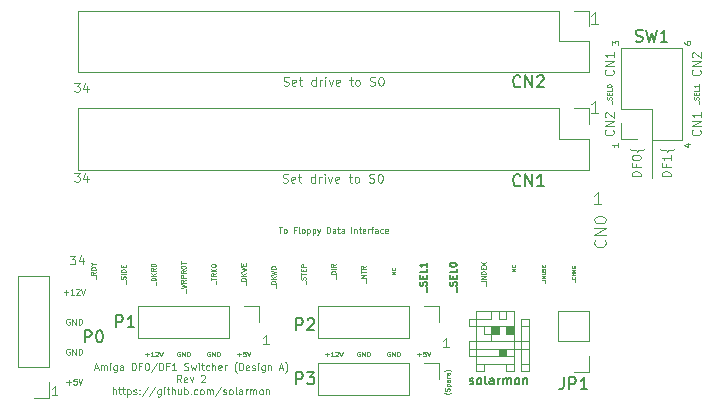
<source format=gbr>
G04 #@! TF.GenerationSoftware,KiCad,Pcbnew,(5.1.9)-1*
G04 #@! TF.CreationDate,2021-09-22T10:06:10+01:00*
G04 #@! TF.ProjectId,Amiga DF0 DF1 Switcher - Design A - Rev 2,416d6967-6120-4444-9630-204446312053,2*
G04 #@! TF.SameCoordinates,Original*
G04 #@! TF.FileFunction,Legend,Top*
G04 #@! TF.FilePolarity,Positive*
%FSLAX46Y46*%
G04 Gerber Fmt 4.6, Leading zero omitted, Abs format (unit mm)*
G04 Created by KiCad (PCBNEW (5.1.9)-1) date 2021-09-22 10:06:10*
%MOMM*%
%LPD*%
G01*
G04 APERTURE LIST*
%ADD10C,0.125000*%
%ADD11C,0.120000*%
%ADD12C,0.100000*%
%ADD13C,0.075000*%
%ADD14C,0.150000*%
G04 APERTURE END LIST*
D10*
X153184357Y-134479071D02*
X153291500Y-134514785D01*
X153470071Y-134514785D01*
X153541500Y-134479071D01*
X153577214Y-134443357D01*
X153612928Y-134371928D01*
X153612928Y-134300500D01*
X153577214Y-134229071D01*
X153541500Y-134193357D01*
X153470071Y-134157642D01*
X153327214Y-134121928D01*
X153255785Y-134086214D01*
X153220071Y-134050500D01*
X153184357Y-133979071D01*
X153184357Y-133907642D01*
X153220071Y-133836214D01*
X153255785Y-133800500D01*
X153327214Y-133764785D01*
X153505785Y-133764785D01*
X153612928Y-133800500D01*
X154220071Y-134479071D02*
X154148642Y-134514785D01*
X154005785Y-134514785D01*
X153934357Y-134479071D01*
X153898642Y-134407642D01*
X153898642Y-134121928D01*
X153934357Y-134050500D01*
X154005785Y-134014785D01*
X154148642Y-134014785D01*
X154220071Y-134050500D01*
X154255785Y-134121928D01*
X154255785Y-134193357D01*
X153898642Y-134264785D01*
X154470071Y-134014785D02*
X154755785Y-134014785D01*
X154577214Y-133764785D02*
X154577214Y-134407642D01*
X154612928Y-134479071D01*
X154684357Y-134514785D01*
X154755785Y-134514785D01*
X155898642Y-134514785D02*
X155898642Y-133764785D01*
X155898642Y-134479071D02*
X155827214Y-134514785D01*
X155684357Y-134514785D01*
X155612928Y-134479071D01*
X155577214Y-134443357D01*
X155541500Y-134371928D01*
X155541500Y-134157642D01*
X155577214Y-134086214D01*
X155612928Y-134050500D01*
X155684357Y-134014785D01*
X155827214Y-134014785D01*
X155898642Y-134050500D01*
X156255785Y-134514785D02*
X156255785Y-134014785D01*
X156255785Y-134157642D02*
X156291500Y-134086214D01*
X156327214Y-134050500D01*
X156398642Y-134014785D01*
X156470071Y-134014785D01*
X156720071Y-134514785D02*
X156720071Y-134014785D01*
X156720071Y-133764785D02*
X156684357Y-133800500D01*
X156720071Y-133836214D01*
X156755785Y-133800500D01*
X156720071Y-133764785D01*
X156720071Y-133836214D01*
X157005785Y-134014785D02*
X157184357Y-134514785D01*
X157362928Y-134014785D01*
X157934357Y-134479071D02*
X157862928Y-134514785D01*
X157720071Y-134514785D01*
X157648642Y-134479071D01*
X157612928Y-134407642D01*
X157612928Y-134121928D01*
X157648642Y-134050500D01*
X157720071Y-134014785D01*
X157862928Y-134014785D01*
X157934357Y-134050500D01*
X157970071Y-134121928D01*
X157970071Y-134193357D01*
X157612928Y-134264785D01*
X158755785Y-134014785D02*
X159041500Y-134014785D01*
X158862928Y-133764785D02*
X158862928Y-134407642D01*
X158898642Y-134479071D01*
X158970071Y-134514785D01*
X159041500Y-134514785D01*
X159398642Y-134514785D02*
X159327214Y-134479071D01*
X159291500Y-134443357D01*
X159255785Y-134371928D01*
X159255785Y-134157642D01*
X159291500Y-134086214D01*
X159327214Y-134050500D01*
X159398642Y-134014785D01*
X159505785Y-134014785D01*
X159577214Y-134050500D01*
X159612928Y-134086214D01*
X159648642Y-134157642D01*
X159648642Y-134371928D01*
X159612928Y-134443357D01*
X159577214Y-134479071D01*
X159505785Y-134514785D01*
X159398642Y-134514785D01*
X160505785Y-134479071D02*
X160612928Y-134514785D01*
X160791500Y-134514785D01*
X160862928Y-134479071D01*
X160898642Y-134443357D01*
X160934357Y-134371928D01*
X160934357Y-134300500D01*
X160898642Y-134229071D01*
X160862928Y-134193357D01*
X160791500Y-134157642D01*
X160648642Y-134121928D01*
X160577214Y-134086214D01*
X160541500Y-134050500D01*
X160505785Y-133979071D01*
X160505785Y-133907642D01*
X160541500Y-133836214D01*
X160577214Y-133800500D01*
X160648642Y-133764785D01*
X160827214Y-133764785D01*
X160934357Y-133800500D01*
X161398642Y-133764785D02*
X161470071Y-133764785D01*
X161541500Y-133800500D01*
X161577214Y-133836214D01*
X161612928Y-133907642D01*
X161648642Y-134050500D01*
X161648642Y-134229071D01*
X161612928Y-134371928D01*
X161577214Y-134443357D01*
X161541500Y-134479071D01*
X161470071Y-134514785D01*
X161398642Y-134514785D01*
X161327214Y-134479071D01*
X161291500Y-134443357D01*
X161255785Y-134371928D01*
X161220071Y-134229071D01*
X161220071Y-134050500D01*
X161255785Y-133907642D01*
X161291500Y-133836214D01*
X161327214Y-133800500D01*
X161398642Y-133764785D01*
X153247857Y-126287571D02*
X153355000Y-126323285D01*
X153533571Y-126323285D01*
X153605000Y-126287571D01*
X153640714Y-126251857D01*
X153676428Y-126180428D01*
X153676428Y-126109000D01*
X153640714Y-126037571D01*
X153605000Y-126001857D01*
X153533571Y-125966142D01*
X153390714Y-125930428D01*
X153319285Y-125894714D01*
X153283571Y-125859000D01*
X153247857Y-125787571D01*
X153247857Y-125716142D01*
X153283571Y-125644714D01*
X153319285Y-125609000D01*
X153390714Y-125573285D01*
X153569285Y-125573285D01*
X153676428Y-125609000D01*
X154283571Y-126287571D02*
X154212142Y-126323285D01*
X154069285Y-126323285D01*
X153997857Y-126287571D01*
X153962142Y-126216142D01*
X153962142Y-125930428D01*
X153997857Y-125859000D01*
X154069285Y-125823285D01*
X154212142Y-125823285D01*
X154283571Y-125859000D01*
X154319285Y-125930428D01*
X154319285Y-126001857D01*
X153962142Y-126073285D01*
X154533571Y-125823285D02*
X154819285Y-125823285D01*
X154640714Y-125573285D02*
X154640714Y-126216142D01*
X154676428Y-126287571D01*
X154747857Y-126323285D01*
X154819285Y-126323285D01*
X155962142Y-126323285D02*
X155962142Y-125573285D01*
X155962142Y-126287571D02*
X155890714Y-126323285D01*
X155747857Y-126323285D01*
X155676428Y-126287571D01*
X155640714Y-126251857D01*
X155605000Y-126180428D01*
X155605000Y-125966142D01*
X155640714Y-125894714D01*
X155676428Y-125859000D01*
X155747857Y-125823285D01*
X155890714Y-125823285D01*
X155962142Y-125859000D01*
X156319285Y-126323285D02*
X156319285Y-125823285D01*
X156319285Y-125966142D02*
X156355000Y-125894714D01*
X156390714Y-125859000D01*
X156462142Y-125823285D01*
X156533571Y-125823285D01*
X156783571Y-126323285D02*
X156783571Y-125823285D01*
X156783571Y-125573285D02*
X156747857Y-125609000D01*
X156783571Y-125644714D01*
X156819285Y-125609000D01*
X156783571Y-125573285D01*
X156783571Y-125644714D01*
X157069285Y-125823285D02*
X157247857Y-126323285D01*
X157426428Y-125823285D01*
X157997857Y-126287571D02*
X157926428Y-126323285D01*
X157783571Y-126323285D01*
X157712142Y-126287571D01*
X157676428Y-126216142D01*
X157676428Y-125930428D01*
X157712142Y-125859000D01*
X157783571Y-125823285D01*
X157926428Y-125823285D01*
X157997857Y-125859000D01*
X158033571Y-125930428D01*
X158033571Y-126001857D01*
X157676428Y-126073285D01*
X158819285Y-125823285D02*
X159105000Y-125823285D01*
X158926428Y-125573285D02*
X158926428Y-126216142D01*
X158962142Y-126287571D01*
X159033571Y-126323285D01*
X159105000Y-126323285D01*
X159462142Y-126323285D02*
X159390714Y-126287571D01*
X159355000Y-126251857D01*
X159319285Y-126180428D01*
X159319285Y-125966142D01*
X159355000Y-125894714D01*
X159390714Y-125859000D01*
X159462142Y-125823285D01*
X159569285Y-125823285D01*
X159640714Y-125859000D01*
X159676428Y-125894714D01*
X159712142Y-125966142D01*
X159712142Y-126180428D01*
X159676428Y-126251857D01*
X159640714Y-126287571D01*
X159569285Y-126323285D01*
X159462142Y-126323285D01*
X160569285Y-126287571D02*
X160676428Y-126323285D01*
X160855000Y-126323285D01*
X160926428Y-126287571D01*
X160962142Y-126251857D01*
X160997857Y-126180428D01*
X160997857Y-126109000D01*
X160962142Y-126037571D01*
X160926428Y-126001857D01*
X160855000Y-125966142D01*
X160712142Y-125930428D01*
X160640714Y-125894714D01*
X160605000Y-125859000D01*
X160569285Y-125787571D01*
X160569285Y-125716142D01*
X160605000Y-125644714D01*
X160640714Y-125609000D01*
X160712142Y-125573285D01*
X160890714Y-125573285D01*
X160997857Y-125609000D01*
X161462142Y-125573285D02*
X161533571Y-125573285D01*
X161605000Y-125609000D01*
X161640714Y-125644714D01*
X161676428Y-125716142D01*
X161712142Y-125859000D01*
X161712142Y-126037571D01*
X161676428Y-126180428D01*
X161640714Y-126251857D01*
X161605000Y-126287571D01*
X161533571Y-126323285D01*
X161462142Y-126323285D01*
X161390714Y-126287571D01*
X161355000Y-126251857D01*
X161319285Y-126180428D01*
X161283571Y-126037571D01*
X161283571Y-125859000D01*
X161319285Y-125716142D01*
X161355000Y-125644714D01*
X161390714Y-125609000D01*
X161462142Y-125573285D01*
X152825238Y-138283190D02*
X153110952Y-138283190D01*
X152968095Y-138783190D02*
X152968095Y-138283190D01*
X153349047Y-138783190D02*
X153301428Y-138759380D01*
X153277619Y-138735571D01*
X153253809Y-138687952D01*
X153253809Y-138545095D01*
X153277619Y-138497476D01*
X153301428Y-138473666D01*
X153349047Y-138449857D01*
X153420476Y-138449857D01*
X153468095Y-138473666D01*
X153491904Y-138497476D01*
X153515714Y-138545095D01*
X153515714Y-138687952D01*
X153491904Y-138735571D01*
X153468095Y-138759380D01*
X153420476Y-138783190D01*
X153349047Y-138783190D01*
X154277619Y-138521285D02*
X154110952Y-138521285D01*
X154110952Y-138783190D02*
X154110952Y-138283190D01*
X154349047Y-138283190D01*
X154610952Y-138783190D02*
X154563333Y-138759380D01*
X154539523Y-138711761D01*
X154539523Y-138283190D01*
X154872857Y-138783190D02*
X154825238Y-138759380D01*
X154801428Y-138735571D01*
X154777619Y-138687952D01*
X154777619Y-138545095D01*
X154801428Y-138497476D01*
X154825238Y-138473666D01*
X154872857Y-138449857D01*
X154944285Y-138449857D01*
X154991904Y-138473666D01*
X155015714Y-138497476D01*
X155039523Y-138545095D01*
X155039523Y-138687952D01*
X155015714Y-138735571D01*
X154991904Y-138759380D01*
X154944285Y-138783190D01*
X154872857Y-138783190D01*
X155253809Y-138449857D02*
X155253809Y-138949857D01*
X155253809Y-138473666D02*
X155301428Y-138449857D01*
X155396666Y-138449857D01*
X155444285Y-138473666D01*
X155468095Y-138497476D01*
X155491904Y-138545095D01*
X155491904Y-138687952D01*
X155468095Y-138735571D01*
X155444285Y-138759380D01*
X155396666Y-138783190D01*
X155301428Y-138783190D01*
X155253809Y-138759380D01*
X155706190Y-138449857D02*
X155706190Y-138949857D01*
X155706190Y-138473666D02*
X155753809Y-138449857D01*
X155849047Y-138449857D01*
X155896666Y-138473666D01*
X155920476Y-138497476D01*
X155944285Y-138545095D01*
X155944285Y-138687952D01*
X155920476Y-138735571D01*
X155896666Y-138759380D01*
X155849047Y-138783190D01*
X155753809Y-138783190D01*
X155706190Y-138759380D01*
X156110952Y-138449857D02*
X156230000Y-138783190D01*
X156349047Y-138449857D02*
X156230000Y-138783190D01*
X156182380Y-138902238D01*
X156158571Y-138926047D01*
X156110952Y-138949857D01*
X156920476Y-138783190D02*
X156920476Y-138283190D01*
X157039523Y-138283190D01*
X157110952Y-138307000D01*
X157158571Y-138354619D01*
X157182380Y-138402238D01*
X157206190Y-138497476D01*
X157206190Y-138568904D01*
X157182380Y-138664142D01*
X157158571Y-138711761D01*
X157110952Y-138759380D01*
X157039523Y-138783190D01*
X156920476Y-138783190D01*
X157634761Y-138783190D02*
X157634761Y-138521285D01*
X157610952Y-138473666D01*
X157563333Y-138449857D01*
X157468095Y-138449857D01*
X157420476Y-138473666D01*
X157634761Y-138759380D02*
X157587142Y-138783190D01*
X157468095Y-138783190D01*
X157420476Y-138759380D01*
X157396666Y-138711761D01*
X157396666Y-138664142D01*
X157420476Y-138616523D01*
X157468095Y-138592714D01*
X157587142Y-138592714D01*
X157634761Y-138568904D01*
X157801428Y-138449857D02*
X157991904Y-138449857D01*
X157872857Y-138283190D02*
X157872857Y-138711761D01*
X157896666Y-138759380D01*
X157944285Y-138783190D01*
X157991904Y-138783190D01*
X158372857Y-138783190D02*
X158372857Y-138521285D01*
X158349047Y-138473666D01*
X158301428Y-138449857D01*
X158206190Y-138449857D01*
X158158571Y-138473666D01*
X158372857Y-138759380D02*
X158325238Y-138783190D01*
X158206190Y-138783190D01*
X158158571Y-138759380D01*
X158134761Y-138711761D01*
X158134761Y-138664142D01*
X158158571Y-138616523D01*
X158206190Y-138592714D01*
X158325238Y-138592714D01*
X158372857Y-138568904D01*
X158991904Y-138783190D02*
X158991904Y-138283190D01*
X159230000Y-138449857D02*
X159230000Y-138783190D01*
X159230000Y-138497476D02*
X159253809Y-138473666D01*
X159301428Y-138449857D01*
X159372857Y-138449857D01*
X159420476Y-138473666D01*
X159444285Y-138521285D01*
X159444285Y-138783190D01*
X159610952Y-138449857D02*
X159801428Y-138449857D01*
X159682380Y-138283190D02*
X159682380Y-138711761D01*
X159706190Y-138759380D01*
X159753809Y-138783190D01*
X159801428Y-138783190D01*
X160158571Y-138759380D02*
X160110952Y-138783190D01*
X160015714Y-138783190D01*
X159968095Y-138759380D01*
X159944285Y-138711761D01*
X159944285Y-138521285D01*
X159968095Y-138473666D01*
X160015714Y-138449857D01*
X160110952Y-138449857D01*
X160158571Y-138473666D01*
X160182380Y-138521285D01*
X160182380Y-138568904D01*
X159944285Y-138616523D01*
X160396666Y-138783190D02*
X160396666Y-138449857D01*
X160396666Y-138545095D02*
X160420476Y-138497476D01*
X160444285Y-138473666D01*
X160491904Y-138449857D01*
X160539523Y-138449857D01*
X160634761Y-138449857D02*
X160825238Y-138449857D01*
X160706190Y-138783190D02*
X160706190Y-138354619D01*
X160730000Y-138307000D01*
X160777619Y-138283190D01*
X160825238Y-138283190D01*
X161206190Y-138783190D02*
X161206190Y-138521285D01*
X161182380Y-138473666D01*
X161134761Y-138449857D01*
X161039523Y-138449857D01*
X160991904Y-138473666D01*
X161206190Y-138759380D02*
X161158571Y-138783190D01*
X161039523Y-138783190D01*
X160991904Y-138759380D01*
X160968095Y-138711761D01*
X160968095Y-138664142D01*
X160991904Y-138616523D01*
X161039523Y-138592714D01*
X161158571Y-138592714D01*
X161206190Y-138568904D01*
X161658571Y-138759380D02*
X161610952Y-138783190D01*
X161515714Y-138783190D01*
X161468095Y-138759380D01*
X161444285Y-138735571D01*
X161420476Y-138687952D01*
X161420476Y-138545095D01*
X161444285Y-138497476D01*
X161468095Y-138473666D01*
X161515714Y-138449857D01*
X161610952Y-138449857D01*
X161658571Y-138473666D01*
X162063333Y-138759380D02*
X162015714Y-138783190D01*
X161920476Y-138783190D01*
X161872857Y-138759380D01*
X161849047Y-138711761D01*
X161849047Y-138521285D01*
X161872857Y-138473666D01*
X161920476Y-138449857D01*
X162015714Y-138449857D01*
X162063333Y-138473666D01*
X162087142Y-138521285D01*
X162087142Y-138568904D01*
X161849047Y-138616523D01*
X135536857Y-126081285D02*
X136001142Y-126081285D01*
X135751142Y-126367000D01*
X135858285Y-126367000D01*
X135929714Y-126402714D01*
X135965428Y-126438428D01*
X136001142Y-126509857D01*
X136001142Y-126688428D01*
X135965428Y-126759857D01*
X135929714Y-126795571D01*
X135858285Y-126831285D01*
X135644000Y-126831285D01*
X135572571Y-126795571D01*
X135536857Y-126759857D01*
X136644000Y-126331285D02*
X136644000Y-126831285D01*
X136465428Y-126045571D02*
X136286857Y-126581285D01*
X136751142Y-126581285D01*
X135536857Y-133701285D02*
X136001142Y-133701285D01*
X135751142Y-133987000D01*
X135858285Y-133987000D01*
X135929714Y-134022714D01*
X135965428Y-134058428D01*
X136001142Y-134129857D01*
X136001142Y-134308428D01*
X135965428Y-134379857D01*
X135929714Y-134415571D01*
X135858285Y-134451285D01*
X135644000Y-134451285D01*
X135572571Y-134415571D01*
X135536857Y-134379857D01*
X136644000Y-133951285D02*
X136644000Y-134451285D01*
X136465428Y-133665571D02*
X136286857Y-134201285D01*
X136751142Y-134201285D01*
D11*
X184404000Y-130810000D02*
X184404000Y-134112000D01*
D12*
X167465333Y-152288761D02*
X167446285Y-152307809D01*
X167389142Y-152345904D01*
X167351047Y-152364952D01*
X167293904Y-152384000D01*
X167198666Y-152403047D01*
X167122476Y-152403047D01*
X167027238Y-152384000D01*
X166970095Y-152364952D01*
X166932000Y-152345904D01*
X166874857Y-152307809D01*
X166855809Y-152288761D01*
X167293904Y-152155428D02*
X167312952Y-152098285D01*
X167312952Y-152003047D01*
X167293904Y-151964952D01*
X167274857Y-151945904D01*
X167236761Y-151926857D01*
X167198666Y-151926857D01*
X167160571Y-151945904D01*
X167141523Y-151964952D01*
X167122476Y-152003047D01*
X167103428Y-152079238D01*
X167084380Y-152117333D01*
X167065333Y-152136380D01*
X167027238Y-152155428D01*
X166989142Y-152155428D01*
X166951047Y-152136380D01*
X166932000Y-152117333D01*
X166912952Y-152079238D01*
X166912952Y-151984000D01*
X166932000Y-151926857D01*
X167046285Y-151755428D02*
X167446285Y-151755428D01*
X167065333Y-151755428D02*
X167046285Y-151717333D01*
X167046285Y-151641142D01*
X167065333Y-151603047D01*
X167084380Y-151584000D01*
X167122476Y-151564952D01*
X167236761Y-151564952D01*
X167274857Y-151584000D01*
X167293904Y-151603047D01*
X167312952Y-151641142D01*
X167312952Y-151717333D01*
X167293904Y-151755428D01*
X167312952Y-151222095D02*
X167103428Y-151222095D01*
X167065333Y-151241142D01*
X167046285Y-151279238D01*
X167046285Y-151355428D01*
X167065333Y-151393523D01*
X167293904Y-151222095D02*
X167312952Y-151260190D01*
X167312952Y-151355428D01*
X167293904Y-151393523D01*
X167255809Y-151412571D01*
X167217714Y-151412571D01*
X167179619Y-151393523D01*
X167160571Y-151355428D01*
X167160571Y-151260190D01*
X167141523Y-151222095D01*
X167312952Y-151031619D02*
X167046285Y-151031619D01*
X167122476Y-151031619D02*
X167084380Y-151012571D01*
X167065333Y-150993523D01*
X167046285Y-150955428D01*
X167046285Y-150917333D01*
X167293904Y-150631619D02*
X167312952Y-150669714D01*
X167312952Y-150745904D01*
X167293904Y-150784000D01*
X167255809Y-150803047D01*
X167103428Y-150803047D01*
X167065333Y-150784000D01*
X167046285Y-150745904D01*
X167046285Y-150669714D01*
X167065333Y-150631619D01*
X167103428Y-150612571D01*
X167141523Y-150612571D01*
X167179619Y-150803047D01*
X167465333Y-150479238D02*
X167446285Y-150460190D01*
X167389142Y-150422095D01*
X167351047Y-150403047D01*
X167293904Y-150384000D01*
X167198666Y-150364952D01*
X167122476Y-150364952D01*
X167027238Y-150384000D01*
X166970095Y-150403047D01*
X166932000Y-150422095D01*
X166874857Y-150460190D01*
X166855809Y-150479238D01*
D10*
X135155857Y-140686285D02*
X135620142Y-140686285D01*
X135370142Y-140972000D01*
X135477285Y-140972000D01*
X135548714Y-141007714D01*
X135584428Y-141043428D01*
X135620142Y-141114857D01*
X135620142Y-141293428D01*
X135584428Y-141364857D01*
X135548714Y-141400571D01*
X135477285Y-141436285D01*
X135263000Y-141436285D01*
X135191571Y-141400571D01*
X135155857Y-141364857D01*
X136263000Y-140936285D02*
X136263000Y-141436285D01*
X136084428Y-140650571D02*
X135905857Y-141186285D01*
X136370142Y-141186285D01*
X180443142Y-139374476D02*
X180490761Y-139422095D01*
X180538380Y-139564952D01*
X180538380Y-139660190D01*
X180490761Y-139803047D01*
X180395523Y-139898285D01*
X180300285Y-139945904D01*
X180109809Y-139993523D01*
X179966952Y-139993523D01*
X179776476Y-139945904D01*
X179681238Y-139898285D01*
X179586000Y-139803047D01*
X179538380Y-139660190D01*
X179538380Y-139564952D01*
X179586000Y-139422095D01*
X179633619Y-139374476D01*
X180538380Y-138945904D02*
X179538380Y-138945904D01*
X180538380Y-138374476D01*
X179538380Y-138374476D01*
X179538380Y-137707809D02*
X179538380Y-137612571D01*
X179586000Y-137517333D01*
X179633619Y-137469714D01*
X179728857Y-137422095D01*
X179919333Y-137374476D01*
X180157428Y-137374476D01*
X180347904Y-137422095D01*
X180443142Y-137469714D01*
X180490761Y-137517333D01*
X180538380Y-137612571D01*
X180538380Y-137707809D01*
X180490761Y-137803047D01*
X180443142Y-137850666D01*
X180347904Y-137898285D01*
X180157428Y-137945904D01*
X179919333Y-137945904D01*
X179728857Y-137898285D01*
X179633619Y-137850666D01*
X179586000Y-137803047D01*
X179538380Y-137707809D01*
X186013285Y-133967000D02*
X185263285Y-133967000D01*
X185263285Y-133788428D01*
X185299000Y-133681285D01*
X185370428Y-133609857D01*
X185441857Y-133574142D01*
X185584714Y-133538428D01*
X185691857Y-133538428D01*
X185834714Y-133574142D01*
X185906142Y-133609857D01*
X185977571Y-133681285D01*
X186013285Y-133788428D01*
X186013285Y-133967000D01*
X185620428Y-132967000D02*
X185620428Y-133217000D01*
X186013285Y-133217000D02*
X185263285Y-133217000D01*
X185263285Y-132859857D01*
X186013285Y-132181285D02*
X186013285Y-132609857D01*
X186013285Y-132395571D02*
X185263285Y-132395571D01*
X185370428Y-132467000D01*
X185441857Y-132538428D01*
X185477571Y-132609857D01*
X186299000Y-131645571D02*
X186299000Y-131681285D01*
X186263285Y-131752714D01*
X186191857Y-131788428D01*
X185834714Y-131788428D01*
X185763285Y-131824142D01*
X185727571Y-131895571D01*
X185691857Y-131824142D01*
X185620428Y-131788428D01*
X185263285Y-131788428D01*
X185191857Y-131752714D01*
X185156142Y-131681285D01*
X185156142Y-131645571D01*
X183473285Y-133967000D02*
X182723285Y-133967000D01*
X182723285Y-133788428D01*
X182759000Y-133681285D01*
X182830428Y-133609857D01*
X182901857Y-133574142D01*
X183044714Y-133538428D01*
X183151857Y-133538428D01*
X183294714Y-133574142D01*
X183366142Y-133609857D01*
X183437571Y-133681285D01*
X183473285Y-133788428D01*
X183473285Y-133967000D01*
X183080428Y-132967000D02*
X183080428Y-133217000D01*
X183473285Y-133217000D02*
X182723285Y-133217000D01*
X182723285Y-132859857D01*
X182723285Y-132431285D02*
X182723285Y-132359857D01*
X182759000Y-132288428D01*
X182794714Y-132252714D01*
X182866142Y-132217000D01*
X183009000Y-132181285D01*
X183187571Y-132181285D01*
X183330428Y-132217000D01*
X183401857Y-132252714D01*
X183437571Y-132288428D01*
X183473285Y-132359857D01*
X183473285Y-132431285D01*
X183437571Y-132502714D01*
X183401857Y-132538428D01*
X183330428Y-132574142D01*
X183187571Y-132609857D01*
X183009000Y-132609857D01*
X182866142Y-132574142D01*
X182794714Y-132538428D01*
X182759000Y-132502714D01*
X182723285Y-132431285D01*
X183759000Y-131645571D02*
X183759000Y-131681285D01*
X183723285Y-131752714D01*
X183651857Y-131788428D01*
X183294714Y-131788428D01*
X183223285Y-131824142D01*
X183187571Y-131895571D01*
X183151857Y-131824142D01*
X183080428Y-131788428D01*
X182723285Y-131788428D01*
X182651857Y-131752714D01*
X182616142Y-131681285D01*
X182616142Y-131645571D01*
X137243571Y-150205000D02*
X137529285Y-150205000D01*
X137186428Y-150376428D02*
X137386428Y-149776428D01*
X137586428Y-150376428D01*
X137786428Y-150376428D02*
X137786428Y-149976428D01*
X137786428Y-150033571D02*
X137815000Y-150005000D01*
X137872142Y-149976428D01*
X137957857Y-149976428D01*
X138015000Y-150005000D01*
X138043571Y-150062142D01*
X138043571Y-150376428D01*
X138043571Y-150062142D02*
X138072142Y-150005000D01*
X138129285Y-149976428D01*
X138215000Y-149976428D01*
X138272142Y-150005000D01*
X138300714Y-150062142D01*
X138300714Y-150376428D01*
X138586428Y-150376428D02*
X138586428Y-149976428D01*
X138586428Y-149776428D02*
X138557857Y-149805000D01*
X138586428Y-149833571D01*
X138615000Y-149805000D01*
X138586428Y-149776428D01*
X138586428Y-149833571D01*
X139129285Y-149976428D02*
X139129285Y-150462142D01*
X139100714Y-150519285D01*
X139072142Y-150547857D01*
X139015000Y-150576428D01*
X138929285Y-150576428D01*
X138872142Y-150547857D01*
X139129285Y-150347857D02*
X139072142Y-150376428D01*
X138957857Y-150376428D01*
X138900714Y-150347857D01*
X138872142Y-150319285D01*
X138843571Y-150262142D01*
X138843571Y-150090714D01*
X138872142Y-150033571D01*
X138900714Y-150005000D01*
X138957857Y-149976428D01*
X139072142Y-149976428D01*
X139129285Y-150005000D01*
X139672142Y-150376428D02*
X139672142Y-150062142D01*
X139643571Y-150005000D01*
X139586428Y-149976428D01*
X139472142Y-149976428D01*
X139415000Y-150005000D01*
X139672142Y-150347857D02*
X139615000Y-150376428D01*
X139472142Y-150376428D01*
X139415000Y-150347857D01*
X139386428Y-150290714D01*
X139386428Y-150233571D01*
X139415000Y-150176428D01*
X139472142Y-150147857D01*
X139615000Y-150147857D01*
X139672142Y-150119285D01*
X140415000Y-150376428D02*
X140415000Y-149776428D01*
X140557857Y-149776428D01*
X140643571Y-149805000D01*
X140700714Y-149862142D01*
X140729285Y-149919285D01*
X140757857Y-150033571D01*
X140757857Y-150119285D01*
X140729285Y-150233571D01*
X140700714Y-150290714D01*
X140643571Y-150347857D01*
X140557857Y-150376428D01*
X140415000Y-150376428D01*
X141215000Y-150062142D02*
X141015000Y-150062142D01*
X141015000Y-150376428D02*
X141015000Y-149776428D01*
X141300714Y-149776428D01*
X141643571Y-149776428D02*
X141700714Y-149776428D01*
X141757857Y-149805000D01*
X141786428Y-149833571D01*
X141815000Y-149890714D01*
X141843571Y-150005000D01*
X141843571Y-150147857D01*
X141815000Y-150262142D01*
X141786428Y-150319285D01*
X141757857Y-150347857D01*
X141700714Y-150376428D01*
X141643571Y-150376428D01*
X141586428Y-150347857D01*
X141557857Y-150319285D01*
X141529285Y-150262142D01*
X141500714Y-150147857D01*
X141500714Y-150005000D01*
X141529285Y-149890714D01*
X141557857Y-149833571D01*
X141586428Y-149805000D01*
X141643571Y-149776428D01*
X142529285Y-149747857D02*
X142015000Y-150519285D01*
X142729285Y-150376428D02*
X142729285Y-149776428D01*
X142872142Y-149776428D01*
X142957857Y-149805000D01*
X143015000Y-149862142D01*
X143043571Y-149919285D01*
X143072142Y-150033571D01*
X143072142Y-150119285D01*
X143043571Y-150233571D01*
X143015000Y-150290714D01*
X142957857Y-150347857D01*
X142872142Y-150376428D01*
X142729285Y-150376428D01*
X143529285Y-150062142D02*
X143329285Y-150062142D01*
X143329285Y-150376428D02*
X143329285Y-149776428D01*
X143615000Y-149776428D01*
X144157857Y-150376428D02*
X143815000Y-150376428D01*
X143986428Y-150376428D02*
X143986428Y-149776428D01*
X143929285Y-149862142D01*
X143872142Y-149919285D01*
X143815000Y-149947857D01*
X144843571Y-150347857D02*
X144929285Y-150376428D01*
X145072142Y-150376428D01*
X145129285Y-150347857D01*
X145157857Y-150319285D01*
X145186428Y-150262142D01*
X145186428Y-150205000D01*
X145157857Y-150147857D01*
X145129285Y-150119285D01*
X145072142Y-150090714D01*
X144957857Y-150062142D01*
X144900714Y-150033571D01*
X144872142Y-150005000D01*
X144843571Y-149947857D01*
X144843571Y-149890714D01*
X144872142Y-149833571D01*
X144900714Y-149805000D01*
X144957857Y-149776428D01*
X145100714Y-149776428D01*
X145186428Y-149805000D01*
X145386428Y-149976428D02*
X145500714Y-150376428D01*
X145615000Y-150090714D01*
X145729285Y-150376428D01*
X145843571Y-149976428D01*
X146072142Y-150376428D02*
X146072142Y-149976428D01*
X146072142Y-149776428D02*
X146043571Y-149805000D01*
X146072142Y-149833571D01*
X146100714Y-149805000D01*
X146072142Y-149776428D01*
X146072142Y-149833571D01*
X146272142Y-149976428D02*
X146500714Y-149976428D01*
X146357857Y-149776428D02*
X146357857Y-150290714D01*
X146386428Y-150347857D01*
X146443571Y-150376428D01*
X146500714Y-150376428D01*
X146957857Y-150347857D02*
X146900714Y-150376428D01*
X146786428Y-150376428D01*
X146729285Y-150347857D01*
X146700714Y-150319285D01*
X146672142Y-150262142D01*
X146672142Y-150090714D01*
X146700714Y-150033571D01*
X146729285Y-150005000D01*
X146786428Y-149976428D01*
X146900714Y-149976428D01*
X146957857Y-150005000D01*
X147215000Y-150376428D02*
X147215000Y-149776428D01*
X147472142Y-150376428D02*
X147472142Y-150062142D01*
X147443571Y-150005000D01*
X147386428Y-149976428D01*
X147300714Y-149976428D01*
X147243571Y-150005000D01*
X147215000Y-150033571D01*
X147986428Y-150347857D02*
X147929285Y-150376428D01*
X147815000Y-150376428D01*
X147757857Y-150347857D01*
X147729285Y-150290714D01*
X147729285Y-150062142D01*
X147757857Y-150005000D01*
X147815000Y-149976428D01*
X147929285Y-149976428D01*
X147986428Y-150005000D01*
X148015000Y-150062142D01*
X148015000Y-150119285D01*
X147729285Y-150176428D01*
X148272142Y-150376428D02*
X148272142Y-149976428D01*
X148272142Y-150090714D02*
X148300714Y-150033571D01*
X148329285Y-150005000D01*
X148386428Y-149976428D01*
X148443571Y-149976428D01*
X149272142Y-150605000D02*
X149243571Y-150576428D01*
X149186428Y-150490714D01*
X149157857Y-150433571D01*
X149129285Y-150347857D01*
X149100714Y-150205000D01*
X149100714Y-150090714D01*
X149129285Y-149947857D01*
X149157857Y-149862142D01*
X149186428Y-149805000D01*
X149243571Y-149719285D01*
X149272142Y-149690714D01*
X149500714Y-150376428D02*
X149500714Y-149776428D01*
X149643571Y-149776428D01*
X149729285Y-149805000D01*
X149786428Y-149862142D01*
X149815000Y-149919285D01*
X149843571Y-150033571D01*
X149843571Y-150119285D01*
X149815000Y-150233571D01*
X149786428Y-150290714D01*
X149729285Y-150347857D01*
X149643571Y-150376428D01*
X149500714Y-150376428D01*
X150329285Y-150347857D02*
X150272142Y-150376428D01*
X150157857Y-150376428D01*
X150100714Y-150347857D01*
X150072142Y-150290714D01*
X150072142Y-150062142D01*
X150100714Y-150005000D01*
X150157857Y-149976428D01*
X150272142Y-149976428D01*
X150329285Y-150005000D01*
X150357857Y-150062142D01*
X150357857Y-150119285D01*
X150072142Y-150176428D01*
X150586428Y-150347857D02*
X150643571Y-150376428D01*
X150757857Y-150376428D01*
X150815000Y-150347857D01*
X150843571Y-150290714D01*
X150843571Y-150262142D01*
X150815000Y-150205000D01*
X150757857Y-150176428D01*
X150672142Y-150176428D01*
X150615000Y-150147857D01*
X150586428Y-150090714D01*
X150586428Y-150062142D01*
X150615000Y-150005000D01*
X150672142Y-149976428D01*
X150757857Y-149976428D01*
X150815000Y-150005000D01*
X151100714Y-150376428D02*
X151100714Y-149976428D01*
X151100714Y-149776428D02*
X151072142Y-149805000D01*
X151100714Y-149833571D01*
X151129285Y-149805000D01*
X151100714Y-149776428D01*
X151100714Y-149833571D01*
X151643571Y-149976428D02*
X151643571Y-150462142D01*
X151615000Y-150519285D01*
X151586428Y-150547857D01*
X151529285Y-150576428D01*
X151443571Y-150576428D01*
X151386428Y-150547857D01*
X151643571Y-150347857D02*
X151586428Y-150376428D01*
X151472142Y-150376428D01*
X151415000Y-150347857D01*
X151386428Y-150319285D01*
X151357857Y-150262142D01*
X151357857Y-150090714D01*
X151386428Y-150033571D01*
X151415000Y-150005000D01*
X151472142Y-149976428D01*
X151586428Y-149976428D01*
X151643571Y-150005000D01*
X151929285Y-149976428D02*
X151929285Y-150376428D01*
X151929285Y-150033571D02*
X151957857Y-150005000D01*
X152015000Y-149976428D01*
X152100714Y-149976428D01*
X152157857Y-150005000D01*
X152186428Y-150062142D01*
X152186428Y-150376428D01*
X152900714Y-150205000D02*
X153186428Y-150205000D01*
X152843571Y-150376428D02*
X153043571Y-149776428D01*
X153243571Y-150376428D01*
X153386428Y-150605000D02*
X153415000Y-150576428D01*
X153472142Y-150490714D01*
X153500714Y-150433571D01*
X153529285Y-150347857D01*
X153557857Y-150205000D01*
X153557857Y-150090714D01*
X153529285Y-149947857D01*
X153500714Y-149862142D01*
X153472142Y-149805000D01*
X153415000Y-149719285D01*
X153386428Y-149690714D01*
X144600714Y-151401428D02*
X144400714Y-151115714D01*
X144257857Y-151401428D02*
X144257857Y-150801428D01*
X144486428Y-150801428D01*
X144543571Y-150830000D01*
X144572142Y-150858571D01*
X144600714Y-150915714D01*
X144600714Y-151001428D01*
X144572142Y-151058571D01*
X144543571Y-151087142D01*
X144486428Y-151115714D01*
X144257857Y-151115714D01*
X145086428Y-151372857D02*
X145029285Y-151401428D01*
X144915000Y-151401428D01*
X144857857Y-151372857D01*
X144829285Y-151315714D01*
X144829285Y-151087142D01*
X144857857Y-151030000D01*
X144915000Y-151001428D01*
X145029285Y-151001428D01*
X145086428Y-151030000D01*
X145115000Y-151087142D01*
X145115000Y-151144285D01*
X144829285Y-151201428D01*
X145315000Y-151001428D02*
X145457857Y-151401428D01*
X145600714Y-151001428D01*
X146257857Y-150858571D02*
X146286428Y-150830000D01*
X146343571Y-150801428D01*
X146486428Y-150801428D01*
X146543571Y-150830000D01*
X146572142Y-150858571D01*
X146600714Y-150915714D01*
X146600714Y-150972857D01*
X146572142Y-151058571D01*
X146229285Y-151401428D01*
X146600714Y-151401428D01*
X138800714Y-152426428D02*
X138800714Y-151826428D01*
X139057857Y-152426428D02*
X139057857Y-152112142D01*
X139029285Y-152055000D01*
X138972142Y-152026428D01*
X138886428Y-152026428D01*
X138829285Y-152055000D01*
X138800714Y-152083571D01*
X139257857Y-152026428D02*
X139486428Y-152026428D01*
X139343571Y-151826428D02*
X139343571Y-152340714D01*
X139372142Y-152397857D01*
X139429285Y-152426428D01*
X139486428Y-152426428D01*
X139600714Y-152026428D02*
X139829285Y-152026428D01*
X139686428Y-151826428D02*
X139686428Y-152340714D01*
X139715000Y-152397857D01*
X139772142Y-152426428D01*
X139829285Y-152426428D01*
X140029285Y-152026428D02*
X140029285Y-152626428D01*
X140029285Y-152055000D02*
X140086428Y-152026428D01*
X140200714Y-152026428D01*
X140257857Y-152055000D01*
X140286428Y-152083571D01*
X140315000Y-152140714D01*
X140315000Y-152312142D01*
X140286428Y-152369285D01*
X140257857Y-152397857D01*
X140200714Y-152426428D01*
X140086428Y-152426428D01*
X140029285Y-152397857D01*
X140543571Y-152397857D02*
X140600714Y-152426428D01*
X140715000Y-152426428D01*
X140772142Y-152397857D01*
X140800714Y-152340714D01*
X140800714Y-152312142D01*
X140772142Y-152255000D01*
X140715000Y-152226428D01*
X140629285Y-152226428D01*
X140572142Y-152197857D01*
X140543571Y-152140714D01*
X140543571Y-152112142D01*
X140572142Y-152055000D01*
X140629285Y-152026428D01*
X140715000Y-152026428D01*
X140772142Y-152055000D01*
X141057857Y-152369285D02*
X141086428Y-152397857D01*
X141057857Y-152426428D01*
X141029285Y-152397857D01*
X141057857Y-152369285D01*
X141057857Y-152426428D01*
X141057857Y-152055000D02*
X141086428Y-152083571D01*
X141057857Y-152112142D01*
X141029285Y-152083571D01*
X141057857Y-152055000D01*
X141057857Y-152112142D01*
X141772142Y-151797857D02*
X141257857Y-152569285D01*
X142400714Y-151797857D02*
X141886428Y-152569285D01*
X142857857Y-152026428D02*
X142857857Y-152512142D01*
X142829285Y-152569285D01*
X142800714Y-152597857D01*
X142743571Y-152626428D01*
X142657857Y-152626428D01*
X142600714Y-152597857D01*
X142857857Y-152397857D02*
X142800714Y-152426428D01*
X142686428Y-152426428D01*
X142629285Y-152397857D01*
X142600714Y-152369285D01*
X142572142Y-152312142D01*
X142572142Y-152140714D01*
X142600714Y-152083571D01*
X142629285Y-152055000D01*
X142686428Y-152026428D01*
X142800714Y-152026428D01*
X142857857Y-152055000D01*
X143143571Y-152426428D02*
X143143571Y-152026428D01*
X143143571Y-151826428D02*
X143115000Y-151855000D01*
X143143571Y-151883571D01*
X143172142Y-151855000D01*
X143143571Y-151826428D01*
X143143571Y-151883571D01*
X143343571Y-152026428D02*
X143572142Y-152026428D01*
X143429285Y-151826428D02*
X143429285Y-152340714D01*
X143457857Y-152397857D01*
X143515000Y-152426428D01*
X143572142Y-152426428D01*
X143772142Y-152426428D02*
X143772142Y-151826428D01*
X144029285Y-152426428D02*
X144029285Y-152112142D01*
X144000714Y-152055000D01*
X143943571Y-152026428D01*
X143857857Y-152026428D01*
X143800714Y-152055000D01*
X143772142Y-152083571D01*
X144572142Y-152026428D02*
X144572142Y-152426428D01*
X144315000Y-152026428D02*
X144315000Y-152340714D01*
X144343571Y-152397857D01*
X144400714Y-152426428D01*
X144486428Y-152426428D01*
X144543571Y-152397857D01*
X144572142Y-152369285D01*
X144857857Y-152426428D02*
X144857857Y-151826428D01*
X144857857Y-152055000D02*
X144915000Y-152026428D01*
X145029285Y-152026428D01*
X145086428Y-152055000D01*
X145115000Y-152083571D01*
X145143571Y-152140714D01*
X145143571Y-152312142D01*
X145115000Y-152369285D01*
X145086428Y-152397857D01*
X145029285Y-152426428D01*
X144915000Y-152426428D01*
X144857857Y-152397857D01*
X145400714Y-152369285D02*
X145429285Y-152397857D01*
X145400714Y-152426428D01*
X145372142Y-152397857D01*
X145400714Y-152369285D01*
X145400714Y-152426428D01*
X145943571Y-152397857D02*
X145886428Y-152426428D01*
X145772142Y-152426428D01*
X145715000Y-152397857D01*
X145686428Y-152369285D01*
X145657857Y-152312142D01*
X145657857Y-152140714D01*
X145686428Y-152083571D01*
X145715000Y-152055000D01*
X145772142Y-152026428D01*
X145886428Y-152026428D01*
X145943571Y-152055000D01*
X146286428Y-152426428D02*
X146229285Y-152397857D01*
X146200714Y-152369285D01*
X146172142Y-152312142D01*
X146172142Y-152140714D01*
X146200714Y-152083571D01*
X146229285Y-152055000D01*
X146286428Y-152026428D01*
X146372142Y-152026428D01*
X146429285Y-152055000D01*
X146457857Y-152083571D01*
X146486428Y-152140714D01*
X146486428Y-152312142D01*
X146457857Y-152369285D01*
X146429285Y-152397857D01*
X146372142Y-152426428D01*
X146286428Y-152426428D01*
X146743571Y-152426428D02*
X146743571Y-152026428D01*
X146743571Y-152083571D02*
X146772142Y-152055000D01*
X146829285Y-152026428D01*
X146915000Y-152026428D01*
X146972142Y-152055000D01*
X147000714Y-152112142D01*
X147000714Y-152426428D01*
X147000714Y-152112142D02*
X147029285Y-152055000D01*
X147086428Y-152026428D01*
X147172142Y-152026428D01*
X147229285Y-152055000D01*
X147257857Y-152112142D01*
X147257857Y-152426428D01*
X147972142Y-151797857D02*
X147457857Y-152569285D01*
X148143571Y-152397857D02*
X148200714Y-152426428D01*
X148315000Y-152426428D01*
X148372142Y-152397857D01*
X148400714Y-152340714D01*
X148400714Y-152312142D01*
X148372142Y-152255000D01*
X148315000Y-152226428D01*
X148229285Y-152226428D01*
X148172142Y-152197857D01*
X148143571Y-152140714D01*
X148143571Y-152112142D01*
X148172142Y-152055000D01*
X148229285Y-152026428D01*
X148315000Y-152026428D01*
X148372142Y-152055000D01*
X148743571Y-152426428D02*
X148686428Y-152397857D01*
X148657857Y-152369285D01*
X148629285Y-152312142D01*
X148629285Y-152140714D01*
X148657857Y-152083571D01*
X148686428Y-152055000D01*
X148743571Y-152026428D01*
X148829285Y-152026428D01*
X148886428Y-152055000D01*
X148915000Y-152083571D01*
X148943571Y-152140714D01*
X148943571Y-152312142D01*
X148915000Y-152369285D01*
X148886428Y-152397857D01*
X148829285Y-152426428D01*
X148743571Y-152426428D01*
X149286428Y-152426428D02*
X149229285Y-152397857D01*
X149200714Y-152340714D01*
X149200714Y-151826428D01*
X149772142Y-152426428D02*
X149772142Y-152112142D01*
X149743571Y-152055000D01*
X149686428Y-152026428D01*
X149572142Y-152026428D01*
X149515000Y-152055000D01*
X149772142Y-152397857D02*
X149715000Y-152426428D01*
X149572142Y-152426428D01*
X149515000Y-152397857D01*
X149486428Y-152340714D01*
X149486428Y-152283571D01*
X149515000Y-152226428D01*
X149572142Y-152197857D01*
X149715000Y-152197857D01*
X149772142Y-152169285D01*
X150057857Y-152426428D02*
X150057857Y-152026428D01*
X150057857Y-152140714D02*
X150086428Y-152083571D01*
X150115000Y-152055000D01*
X150172142Y-152026428D01*
X150229285Y-152026428D01*
X150429285Y-152426428D02*
X150429285Y-152026428D01*
X150429285Y-152083571D02*
X150457857Y-152055000D01*
X150515000Y-152026428D01*
X150600714Y-152026428D01*
X150657857Y-152055000D01*
X150686428Y-152112142D01*
X150686428Y-152426428D01*
X150686428Y-152112142D02*
X150715000Y-152055000D01*
X150772142Y-152026428D01*
X150857857Y-152026428D01*
X150915000Y-152055000D01*
X150943571Y-152112142D01*
X150943571Y-152426428D01*
X151315000Y-152426428D02*
X151257857Y-152397857D01*
X151229285Y-152369285D01*
X151200714Y-152312142D01*
X151200714Y-152140714D01*
X151229285Y-152083571D01*
X151257857Y-152055000D01*
X151315000Y-152026428D01*
X151400714Y-152026428D01*
X151457857Y-152055000D01*
X151486428Y-152083571D01*
X151515000Y-152140714D01*
X151515000Y-152312142D01*
X151486428Y-152369285D01*
X151457857Y-152397857D01*
X151400714Y-152426428D01*
X151315000Y-152426428D01*
X151772142Y-152026428D02*
X151772142Y-152426428D01*
X151772142Y-152083571D02*
X151800714Y-152055000D01*
X151857857Y-152026428D01*
X151943571Y-152026428D01*
X152000714Y-152055000D01*
X152029285Y-152112142D01*
X152029285Y-152426428D01*
X188481857Y-130057857D02*
X188517571Y-130093571D01*
X188553285Y-130200714D01*
X188553285Y-130272142D01*
X188517571Y-130379285D01*
X188446142Y-130450714D01*
X188374714Y-130486428D01*
X188231857Y-130522142D01*
X188124714Y-130522142D01*
X187981857Y-130486428D01*
X187910428Y-130450714D01*
X187839000Y-130379285D01*
X187803285Y-130272142D01*
X187803285Y-130200714D01*
X187839000Y-130093571D01*
X187874714Y-130057857D01*
X188553285Y-129736428D02*
X187803285Y-129736428D01*
X188553285Y-129307857D01*
X187803285Y-129307857D01*
X188553285Y-128557857D02*
X188553285Y-128986428D01*
X188553285Y-128772142D02*
X187803285Y-128772142D01*
X187910428Y-128843571D01*
X187981857Y-128915000D01*
X188017571Y-128986428D01*
X188481857Y-124977857D02*
X188517571Y-125013571D01*
X188553285Y-125120714D01*
X188553285Y-125192142D01*
X188517571Y-125299285D01*
X188446142Y-125370714D01*
X188374714Y-125406428D01*
X188231857Y-125442142D01*
X188124714Y-125442142D01*
X187981857Y-125406428D01*
X187910428Y-125370714D01*
X187839000Y-125299285D01*
X187803285Y-125192142D01*
X187803285Y-125120714D01*
X187839000Y-125013571D01*
X187874714Y-124977857D01*
X188553285Y-124656428D02*
X187803285Y-124656428D01*
X188553285Y-124227857D01*
X187803285Y-124227857D01*
X187874714Y-123906428D02*
X187839000Y-123870714D01*
X187803285Y-123799285D01*
X187803285Y-123620714D01*
X187839000Y-123549285D01*
X187874714Y-123513571D01*
X187946142Y-123477857D01*
X188017571Y-123477857D01*
X188124714Y-123513571D01*
X188553285Y-123942142D01*
X188553285Y-123477857D01*
X181115857Y-130057857D02*
X181151571Y-130093571D01*
X181187285Y-130200714D01*
X181187285Y-130272142D01*
X181151571Y-130379285D01*
X181080142Y-130450714D01*
X181008714Y-130486428D01*
X180865857Y-130522142D01*
X180758714Y-130522142D01*
X180615857Y-130486428D01*
X180544428Y-130450714D01*
X180473000Y-130379285D01*
X180437285Y-130272142D01*
X180437285Y-130200714D01*
X180473000Y-130093571D01*
X180508714Y-130057857D01*
X181187285Y-129736428D02*
X180437285Y-129736428D01*
X181187285Y-129307857D01*
X180437285Y-129307857D01*
X180508714Y-128986428D02*
X180473000Y-128950714D01*
X180437285Y-128879285D01*
X180437285Y-128700714D01*
X180473000Y-128629285D01*
X180508714Y-128593571D01*
X180580142Y-128557857D01*
X180651571Y-128557857D01*
X180758714Y-128593571D01*
X181187285Y-129022142D01*
X181187285Y-128557857D01*
X181115857Y-124977857D02*
X181151571Y-125013571D01*
X181187285Y-125120714D01*
X181187285Y-125192142D01*
X181151571Y-125299285D01*
X181080142Y-125370714D01*
X181008714Y-125406428D01*
X180865857Y-125442142D01*
X180758714Y-125442142D01*
X180615857Y-125406428D01*
X180544428Y-125370714D01*
X180473000Y-125299285D01*
X180437285Y-125192142D01*
X180437285Y-125120714D01*
X180473000Y-125013571D01*
X180508714Y-124977857D01*
X181187285Y-124656428D02*
X180437285Y-124656428D01*
X181187285Y-124227857D01*
X180437285Y-124227857D01*
X181187285Y-123477857D02*
X181187285Y-123906428D01*
X181187285Y-123692142D02*
X180437285Y-123692142D01*
X180544428Y-123763571D01*
X180615857Y-123835000D01*
X180651571Y-123906428D01*
D13*
X144475238Y-148838000D02*
X144437142Y-148818952D01*
X144380000Y-148818952D01*
X144322857Y-148838000D01*
X144284761Y-148876095D01*
X144265714Y-148914190D01*
X144246666Y-148990380D01*
X144246666Y-149047523D01*
X144265714Y-149123714D01*
X144284761Y-149161809D01*
X144322857Y-149199904D01*
X144380000Y-149218952D01*
X144418095Y-149218952D01*
X144475238Y-149199904D01*
X144494285Y-149180857D01*
X144494285Y-149047523D01*
X144418095Y-149047523D01*
X144665714Y-149218952D02*
X144665714Y-148818952D01*
X144894285Y-149218952D01*
X144894285Y-148818952D01*
X145084761Y-149218952D02*
X145084761Y-148818952D01*
X145180000Y-148818952D01*
X145237142Y-148838000D01*
X145275238Y-148876095D01*
X145294285Y-148914190D01*
X145313333Y-148990380D01*
X145313333Y-149047523D01*
X145294285Y-149123714D01*
X145275238Y-149161809D01*
X145237142Y-149199904D01*
X145180000Y-149218952D01*
X145084761Y-149218952D01*
X147015238Y-148838000D02*
X146977142Y-148818952D01*
X146920000Y-148818952D01*
X146862857Y-148838000D01*
X146824761Y-148876095D01*
X146805714Y-148914190D01*
X146786666Y-148990380D01*
X146786666Y-149047523D01*
X146805714Y-149123714D01*
X146824761Y-149161809D01*
X146862857Y-149199904D01*
X146920000Y-149218952D01*
X146958095Y-149218952D01*
X147015238Y-149199904D01*
X147034285Y-149180857D01*
X147034285Y-149047523D01*
X146958095Y-149047523D01*
X147205714Y-149218952D02*
X147205714Y-148818952D01*
X147434285Y-149218952D01*
X147434285Y-148818952D01*
X147624761Y-149218952D02*
X147624761Y-148818952D01*
X147720000Y-148818952D01*
X147777142Y-148838000D01*
X147815238Y-148876095D01*
X147834285Y-148914190D01*
X147853333Y-148990380D01*
X147853333Y-149047523D01*
X147834285Y-149123714D01*
X147815238Y-149161809D01*
X147777142Y-149199904D01*
X147720000Y-149218952D01*
X147624761Y-149218952D01*
X141535238Y-149066571D02*
X141840000Y-149066571D01*
X141687619Y-149218952D02*
X141687619Y-148914190D01*
X142240000Y-149218952D02*
X142011428Y-149218952D01*
X142125714Y-149218952D02*
X142125714Y-148818952D01*
X142087619Y-148876095D01*
X142049523Y-148914190D01*
X142011428Y-148933238D01*
X142392380Y-148857047D02*
X142411428Y-148838000D01*
X142449523Y-148818952D01*
X142544761Y-148818952D01*
X142582857Y-148838000D01*
X142601904Y-148857047D01*
X142620952Y-148895142D01*
X142620952Y-148933238D01*
X142601904Y-148990380D01*
X142373333Y-149218952D01*
X142620952Y-149218952D01*
X142735238Y-148818952D02*
X142868571Y-149218952D01*
X143001904Y-148818952D01*
X149345714Y-149066571D02*
X149650476Y-149066571D01*
X149498095Y-149218952D02*
X149498095Y-148914190D01*
X150031428Y-148818952D02*
X149840952Y-148818952D01*
X149821904Y-149009428D01*
X149840952Y-148990380D01*
X149879047Y-148971333D01*
X149974285Y-148971333D01*
X150012380Y-148990380D01*
X150031428Y-149009428D01*
X150050476Y-149047523D01*
X150050476Y-149142761D01*
X150031428Y-149180857D01*
X150012380Y-149199904D01*
X149974285Y-149218952D01*
X149879047Y-149218952D01*
X149840952Y-149199904D01*
X149821904Y-149180857D01*
X150164761Y-148818952D02*
X150298095Y-149218952D01*
X150431428Y-148818952D01*
X156775238Y-149066571D02*
X157080000Y-149066571D01*
X156927619Y-149218952D02*
X156927619Y-148914190D01*
X157480000Y-149218952D02*
X157251428Y-149218952D01*
X157365714Y-149218952D02*
X157365714Y-148818952D01*
X157327619Y-148876095D01*
X157289523Y-148914190D01*
X157251428Y-148933238D01*
X157632380Y-148857047D02*
X157651428Y-148838000D01*
X157689523Y-148818952D01*
X157784761Y-148818952D01*
X157822857Y-148838000D01*
X157841904Y-148857047D01*
X157860952Y-148895142D01*
X157860952Y-148933238D01*
X157841904Y-148990380D01*
X157613333Y-149218952D01*
X157860952Y-149218952D01*
X157975238Y-148818952D02*
X158108571Y-149218952D01*
X158241904Y-148818952D01*
D10*
X181582190Y-131175142D02*
X181582190Y-131460857D01*
X181582190Y-131318000D02*
X181082190Y-131318000D01*
X181153619Y-131365619D01*
X181201238Y-131413238D01*
X181225047Y-131460857D01*
X187178190Y-122586761D02*
X187178190Y-122682000D01*
X187202000Y-122729619D01*
X187225809Y-122753428D01*
X187297238Y-122801047D01*
X187392476Y-122824857D01*
X187582952Y-122824857D01*
X187630571Y-122801047D01*
X187654380Y-122777238D01*
X187678190Y-122729619D01*
X187678190Y-122634380D01*
X187654380Y-122586761D01*
X187630571Y-122562952D01*
X187582952Y-122539142D01*
X187463904Y-122539142D01*
X187416285Y-122562952D01*
X187392476Y-122586761D01*
X187368666Y-122634380D01*
X187368666Y-122729619D01*
X187392476Y-122777238D01*
X187416285Y-122801047D01*
X187463904Y-122824857D01*
X134072285Y-152485285D02*
X133643714Y-152485285D01*
X133858000Y-152485285D02*
X133858000Y-151735285D01*
X133786571Y-151842428D01*
X133715142Y-151913857D01*
X133643714Y-151949571D01*
X167219285Y-148421285D02*
X166790714Y-148421285D01*
X167005000Y-148421285D02*
X167005000Y-147671285D01*
X166933571Y-147778428D01*
X166862142Y-147849857D01*
X166790714Y-147885571D01*
X151979285Y-148167285D02*
X151550714Y-148167285D01*
X151765000Y-148167285D02*
X151765000Y-147417285D01*
X151693571Y-147524428D01*
X151622142Y-147595857D01*
X151550714Y-147631571D01*
X187344857Y-131222761D02*
X187678190Y-131222761D01*
X187154380Y-131341809D02*
X187511523Y-131460857D01*
X187511523Y-131151333D01*
D13*
X159715238Y-148838000D02*
X159677142Y-148818952D01*
X159620000Y-148818952D01*
X159562857Y-148838000D01*
X159524761Y-148876095D01*
X159505714Y-148914190D01*
X159486666Y-148990380D01*
X159486666Y-149047523D01*
X159505714Y-149123714D01*
X159524761Y-149161809D01*
X159562857Y-149199904D01*
X159620000Y-149218952D01*
X159658095Y-149218952D01*
X159715238Y-149199904D01*
X159734285Y-149180857D01*
X159734285Y-149047523D01*
X159658095Y-149047523D01*
X159905714Y-149218952D02*
X159905714Y-148818952D01*
X160134285Y-149218952D01*
X160134285Y-148818952D01*
X160324761Y-149218952D02*
X160324761Y-148818952D01*
X160420000Y-148818952D01*
X160477142Y-148838000D01*
X160515238Y-148876095D01*
X160534285Y-148914190D01*
X160553333Y-148990380D01*
X160553333Y-149047523D01*
X160534285Y-149123714D01*
X160515238Y-149161809D01*
X160477142Y-149199904D01*
X160420000Y-149218952D01*
X160324761Y-149218952D01*
X162255238Y-148838000D02*
X162217142Y-148818952D01*
X162160000Y-148818952D01*
X162102857Y-148838000D01*
X162064761Y-148876095D01*
X162045714Y-148914190D01*
X162026666Y-148990380D01*
X162026666Y-149047523D01*
X162045714Y-149123714D01*
X162064761Y-149161809D01*
X162102857Y-149199904D01*
X162160000Y-149218952D01*
X162198095Y-149218952D01*
X162255238Y-149199904D01*
X162274285Y-149180857D01*
X162274285Y-149047523D01*
X162198095Y-149047523D01*
X162445714Y-149218952D02*
X162445714Y-148818952D01*
X162674285Y-149218952D01*
X162674285Y-148818952D01*
X162864761Y-149218952D02*
X162864761Y-148818952D01*
X162960000Y-148818952D01*
X163017142Y-148838000D01*
X163055238Y-148876095D01*
X163074285Y-148914190D01*
X163093333Y-148990380D01*
X163093333Y-149047523D01*
X163074285Y-149123714D01*
X163055238Y-149161809D01*
X163017142Y-149199904D01*
X162960000Y-149218952D01*
X162864761Y-149218952D01*
X164585714Y-149066571D02*
X164890476Y-149066571D01*
X164738095Y-149218952D02*
X164738095Y-148914190D01*
X165271428Y-148818952D02*
X165080952Y-148818952D01*
X165061904Y-149009428D01*
X165080952Y-148990380D01*
X165119047Y-148971333D01*
X165214285Y-148971333D01*
X165252380Y-148990380D01*
X165271428Y-149009428D01*
X165290476Y-149047523D01*
X165290476Y-149142761D01*
X165271428Y-149180857D01*
X165252380Y-149199904D01*
X165214285Y-149218952D01*
X165119047Y-149218952D01*
X165080952Y-149199904D01*
X165061904Y-149180857D01*
X165404761Y-148818952D02*
X165538095Y-149218952D01*
X165671428Y-148818952D01*
X162695714Y-142221714D02*
X162395714Y-142221714D01*
X162695714Y-142050285D01*
X162395714Y-142050285D01*
X162667142Y-141736000D02*
X162681428Y-141750285D01*
X162695714Y-141793142D01*
X162695714Y-141821714D01*
X162681428Y-141864571D01*
X162652857Y-141893142D01*
X162624285Y-141907428D01*
X162567142Y-141921714D01*
X162524285Y-141921714D01*
X162467142Y-141907428D01*
X162438571Y-141893142D01*
X162410000Y-141864571D01*
X162395714Y-141821714D01*
X162395714Y-141793142D01*
X162410000Y-141750285D01*
X162424285Y-141736000D01*
X172855714Y-141967714D02*
X172555714Y-141967714D01*
X172855714Y-141796285D01*
X172555714Y-141796285D01*
X172827142Y-141482000D02*
X172841428Y-141496285D01*
X172855714Y-141539142D01*
X172855714Y-141567714D01*
X172841428Y-141610571D01*
X172812857Y-141639142D01*
X172784285Y-141653428D01*
X172727142Y-141667714D01*
X172684285Y-141667714D01*
X172627142Y-141653428D01*
X172598571Y-141639142D01*
X172570000Y-141610571D01*
X172555714Y-141567714D01*
X172555714Y-141539142D01*
X172570000Y-141496285D01*
X172584285Y-141482000D01*
X177964285Y-142968571D02*
X177964285Y-142740000D01*
X177907142Y-142497142D02*
X177921428Y-142511428D01*
X177935714Y-142554285D01*
X177935714Y-142582857D01*
X177921428Y-142625714D01*
X177892857Y-142654285D01*
X177864285Y-142668571D01*
X177807142Y-142682857D01*
X177764285Y-142682857D01*
X177707142Y-142668571D01*
X177678571Y-142654285D01*
X177650000Y-142625714D01*
X177635714Y-142582857D01*
X177635714Y-142554285D01*
X177650000Y-142511428D01*
X177664285Y-142497142D01*
X177935714Y-142368571D02*
X177635714Y-142368571D01*
X177778571Y-142368571D02*
X177778571Y-142197142D01*
X177935714Y-142197142D02*
X177635714Y-142197142D01*
X177935714Y-142054285D02*
X177635714Y-142054285D01*
X177935714Y-141882857D01*
X177635714Y-141882857D01*
X177650000Y-141582857D02*
X177635714Y-141611428D01*
X177635714Y-141654285D01*
X177650000Y-141697142D01*
X177678571Y-141725714D01*
X177707142Y-141740000D01*
X177764285Y-141754285D01*
X177807142Y-141754285D01*
X177864285Y-141740000D01*
X177892857Y-141725714D01*
X177921428Y-141697142D01*
X177935714Y-141654285D01*
X177935714Y-141625714D01*
X177921428Y-141582857D01*
X177907142Y-141568571D01*
X177807142Y-141568571D01*
X177807142Y-141625714D01*
X175424285Y-143018571D02*
X175424285Y-142790000D01*
X175395714Y-142718571D02*
X175095714Y-142718571D01*
X175395714Y-142575714D02*
X175095714Y-142575714D01*
X175395714Y-142404285D01*
X175095714Y-142404285D01*
X175095714Y-142261428D02*
X175338571Y-142261428D01*
X175367142Y-142247142D01*
X175381428Y-142232857D01*
X175395714Y-142204285D01*
X175395714Y-142147142D01*
X175381428Y-142118571D01*
X175367142Y-142104285D01*
X175338571Y-142090000D01*
X175095714Y-142090000D01*
X175381428Y-141961428D02*
X175395714Y-141918571D01*
X175395714Y-141847142D01*
X175381428Y-141818571D01*
X175367142Y-141804285D01*
X175338571Y-141790000D01*
X175310000Y-141790000D01*
X175281428Y-141804285D01*
X175267142Y-141818571D01*
X175252857Y-141847142D01*
X175238571Y-141904285D01*
X175224285Y-141932857D01*
X175210000Y-141947142D01*
X175181428Y-141961428D01*
X175152857Y-141961428D01*
X175124285Y-141947142D01*
X175110000Y-141932857D01*
X175095714Y-141904285D01*
X175095714Y-141832857D01*
X175110000Y-141790000D01*
X175238571Y-141661428D02*
X175238571Y-141561428D01*
X175395714Y-141518571D02*
X175395714Y-141661428D01*
X175095714Y-141661428D01*
X175095714Y-141518571D01*
D12*
X170399047Y-143268571D02*
X170399047Y-142963809D01*
X170360952Y-142868571D02*
X169960952Y-142868571D01*
X170360952Y-142678095D02*
X169960952Y-142678095D01*
X170360952Y-142449523D01*
X169960952Y-142449523D01*
X170360952Y-142259047D02*
X169960952Y-142259047D01*
X169960952Y-142163809D01*
X169980000Y-142106666D01*
X170018095Y-142068571D01*
X170056190Y-142049523D01*
X170132380Y-142030476D01*
X170189523Y-142030476D01*
X170265714Y-142049523D01*
X170303809Y-142068571D01*
X170341904Y-142106666D01*
X170360952Y-142163809D01*
X170360952Y-142259047D01*
X170151428Y-141859047D02*
X170151428Y-141725714D01*
X170360952Y-141668571D02*
X170360952Y-141859047D01*
X169960952Y-141859047D01*
X169960952Y-141668571D01*
X169960952Y-141535238D02*
X170360952Y-141268571D01*
X169960952Y-141268571D02*
X170360952Y-141535238D01*
D14*
X167968571Y-143808285D02*
X167968571Y-143351142D01*
X167882857Y-143236857D02*
X167911428Y-143151142D01*
X167911428Y-143008285D01*
X167882857Y-142951142D01*
X167854285Y-142922571D01*
X167797142Y-142894000D01*
X167740000Y-142894000D01*
X167682857Y-142922571D01*
X167654285Y-142951142D01*
X167625714Y-143008285D01*
X167597142Y-143122571D01*
X167568571Y-143179714D01*
X167540000Y-143208285D01*
X167482857Y-143236857D01*
X167425714Y-143236857D01*
X167368571Y-143208285D01*
X167340000Y-143179714D01*
X167311428Y-143122571D01*
X167311428Y-142979714D01*
X167340000Y-142894000D01*
X167597142Y-142636857D02*
X167597142Y-142436857D01*
X167911428Y-142351142D02*
X167911428Y-142636857D01*
X167311428Y-142636857D01*
X167311428Y-142351142D01*
X167911428Y-141808285D02*
X167911428Y-142094000D01*
X167311428Y-142094000D01*
X167311428Y-141494000D02*
X167311428Y-141436857D01*
X167340000Y-141379714D01*
X167368571Y-141351142D01*
X167425714Y-141322571D01*
X167540000Y-141294000D01*
X167682857Y-141294000D01*
X167797142Y-141322571D01*
X167854285Y-141351142D01*
X167882857Y-141379714D01*
X167911428Y-141436857D01*
X167911428Y-141494000D01*
X167882857Y-141551142D01*
X167854285Y-141579714D01*
X167797142Y-141608285D01*
X167682857Y-141636857D01*
X167540000Y-141636857D01*
X167425714Y-141608285D01*
X167368571Y-141579714D01*
X167340000Y-141551142D01*
X167311428Y-141494000D01*
X165428571Y-143808285D02*
X165428571Y-143351142D01*
X165342857Y-143236857D02*
X165371428Y-143151142D01*
X165371428Y-143008285D01*
X165342857Y-142951142D01*
X165314285Y-142922571D01*
X165257142Y-142894000D01*
X165200000Y-142894000D01*
X165142857Y-142922571D01*
X165114285Y-142951142D01*
X165085714Y-143008285D01*
X165057142Y-143122571D01*
X165028571Y-143179714D01*
X165000000Y-143208285D01*
X164942857Y-143236857D01*
X164885714Y-143236857D01*
X164828571Y-143208285D01*
X164800000Y-143179714D01*
X164771428Y-143122571D01*
X164771428Y-142979714D01*
X164800000Y-142894000D01*
X165057142Y-142636857D02*
X165057142Y-142436857D01*
X165371428Y-142351142D02*
X165371428Y-142636857D01*
X164771428Y-142636857D01*
X164771428Y-142351142D01*
X165371428Y-141808285D02*
X165371428Y-142094000D01*
X164771428Y-142094000D01*
X165371428Y-141294000D02*
X165371428Y-141636857D01*
X165371428Y-141465428D02*
X164771428Y-141465428D01*
X164857142Y-141522571D01*
X164914285Y-141579714D01*
X164942857Y-141636857D01*
D12*
X160239047Y-142973333D02*
X160239047Y-142668571D01*
X160200952Y-142573333D02*
X159800952Y-142573333D01*
X160086666Y-142440000D01*
X159800952Y-142306666D01*
X160200952Y-142306666D01*
X159800952Y-142173333D02*
X159800952Y-141944761D01*
X160200952Y-142059047D02*
X159800952Y-142059047D01*
X160200952Y-141582857D02*
X160010476Y-141716190D01*
X160200952Y-141811428D02*
X159800952Y-141811428D01*
X159800952Y-141659047D01*
X159820000Y-141620952D01*
X159839047Y-141601904D01*
X159877142Y-141582857D01*
X159934285Y-141582857D01*
X159972380Y-141601904D01*
X159991428Y-141620952D01*
X160010476Y-141659047D01*
X160010476Y-141811428D01*
X157699047Y-142633619D02*
X157699047Y-142328857D01*
X157660952Y-142233619D02*
X157260952Y-142233619D01*
X157260952Y-142138380D01*
X157280000Y-142081238D01*
X157318095Y-142043142D01*
X157356190Y-142024095D01*
X157432380Y-142005047D01*
X157489523Y-142005047D01*
X157565714Y-142024095D01*
X157603809Y-142043142D01*
X157641904Y-142081238D01*
X157660952Y-142138380D01*
X157660952Y-142233619D01*
X157660952Y-141833619D02*
X157260952Y-141833619D01*
X157660952Y-141414571D02*
X157470476Y-141547904D01*
X157660952Y-141643142D02*
X157260952Y-141643142D01*
X157260952Y-141490761D01*
X157280000Y-141452666D01*
X157299047Y-141433619D01*
X157337142Y-141414571D01*
X157394285Y-141414571D01*
X157432380Y-141433619D01*
X157451428Y-141452666D01*
X157470476Y-141490761D01*
X157470476Y-141643142D01*
X155159047Y-143116190D02*
X155159047Y-142811428D01*
X155101904Y-142735238D02*
X155120952Y-142678095D01*
X155120952Y-142582857D01*
X155101904Y-142544761D01*
X155082857Y-142525714D01*
X155044761Y-142506666D01*
X155006666Y-142506666D01*
X154968571Y-142525714D01*
X154949523Y-142544761D01*
X154930476Y-142582857D01*
X154911428Y-142659047D01*
X154892380Y-142697142D01*
X154873333Y-142716190D01*
X154835238Y-142735238D01*
X154797142Y-142735238D01*
X154759047Y-142716190D01*
X154740000Y-142697142D01*
X154720952Y-142659047D01*
X154720952Y-142563809D01*
X154740000Y-142506666D01*
X154720952Y-142392380D02*
X154720952Y-142163809D01*
X155120952Y-142278095D02*
X154720952Y-142278095D01*
X154911428Y-142030476D02*
X154911428Y-141897142D01*
X155120952Y-141840000D02*
X155120952Y-142030476D01*
X154720952Y-142030476D01*
X154720952Y-141840000D01*
X155120952Y-141668571D02*
X154720952Y-141668571D01*
X154720952Y-141516190D01*
X154740000Y-141478095D01*
X154759047Y-141459047D01*
X154797142Y-141440000D01*
X154854285Y-141440000D01*
X154892380Y-141459047D01*
X154911428Y-141478095D01*
X154930476Y-141516190D01*
X154930476Y-141668571D01*
X152619047Y-143474952D02*
X152619047Y-143170190D01*
X152580952Y-143074952D02*
X152180952Y-143074952D01*
X152180952Y-142979714D01*
X152200000Y-142922571D01*
X152238095Y-142884476D01*
X152276190Y-142865428D01*
X152352380Y-142846380D01*
X152409523Y-142846380D01*
X152485714Y-142865428D01*
X152523809Y-142884476D01*
X152561904Y-142922571D01*
X152580952Y-142979714D01*
X152580952Y-143074952D01*
X152580952Y-142674952D02*
X152180952Y-142674952D01*
X152580952Y-142446380D02*
X152352380Y-142617809D01*
X152180952Y-142446380D02*
X152409523Y-142674952D01*
X152180952Y-142313047D02*
X152580952Y-142217809D01*
X152295238Y-142141619D01*
X152580952Y-142065428D01*
X152180952Y-141970190D01*
X152580952Y-141817809D02*
X152180952Y-141817809D01*
X152180952Y-141722571D01*
X152200000Y-141665428D01*
X152238095Y-141627333D01*
X152276190Y-141608285D01*
X152352380Y-141589238D01*
X152409523Y-141589238D01*
X152485714Y-141608285D01*
X152523809Y-141627333D01*
X152561904Y-141665428D01*
X152580952Y-141722571D01*
X152580952Y-141817809D01*
X150079047Y-143201904D02*
X150079047Y-142897142D01*
X150040952Y-142801904D02*
X149640952Y-142801904D01*
X149640952Y-142706666D01*
X149660000Y-142649523D01*
X149698095Y-142611428D01*
X149736190Y-142592380D01*
X149812380Y-142573333D01*
X149869523Y-142573333D01*
X149945714Y-142592380D01*
X149983809Y-142611428D01*
X150021904Y-142649523D01*
X150040952Y-142706666D01*
X150040952Y-142801904D01*
X150040952Y-142401904D02*
X149640952Y-142401904D01*
X150040952Y-142173333D02*
X149812380Y-142344761D01*
X149640952Y-142173333D02*
X149869523Y-142401904D01*
X149640952Y-142040000D02*
X150040952Y-141944761D01*
X149755238Y-141868571D01*
X150040952Y-141792380D01*
X149640952Y-141697142D01*
X149831428Y-141544761D02*
X149831428Y-141411428D01*
X150040952Y-141354285D02*
X150040952Y-141544761D01*
X149640952Y-141544761D01*
X149640952Y-141354285D01*
X147539047Y-143135238D02*
X147539047Y-142830476D01*
X147100952Y-142792380D02*
X147100952Y-142563809D01*
X147500952Y-142678095D02*
X147100952Y-142678095D01*
X147500952Y-142201904D02*
X147310476Y-142335238D01*
X147500952Y-142430476D02*
X147100952Y-142430476D01*
X147100952Y-142278095D01*
X147120000Y-142240000D01*
X147139047Y-142220952D01*
X147177142Y-142201904D01*
X147234285Y-142201904D01*
X147272380Y-142220952D01*
X147291428Y-142240000D01*
X147310476Y-142278095D01*
X147310476Y-142430476D01*
X147500952Y-142030476D02*
X147100952Y-142030476D01*
X147500952Y-141801904D02*
X147272380Y-141973333D01*
X147100952Y-141801904D02*
X147329523Y-142030476D01*
X147100952Y-141554285D02*
X147100952Y-141516190D01*
X147120000Y-141478095D01*
X147139047Y-141459047D01*
X147177142Y-141440000D01*
X147253333Y-141420952D01*
X147348571Y-141420952D01*
X147424761Y-141440000D01*
X147462857Y-141459047D01*
X147481904Y-141478095D01*
X147500952Y-141516190D01*
X147500952Y-141554285D01*
X147481904Y-141592380D01*
X147462857Y-141611428D01*
X147424761Y-141630476D01*
X147348571Y-141649523D01*
X147253333Y-141649523D01*
X147177142Y-141630476D01*
X147139047Y-141611428D01*
X147120000Y-141592380D01*
X147100952Y-141554285D01*
X144999047Y-143836857D02*
X144999047Y-143532095D01*
X144560952Y-143474952D02*
X144960952Y-143379714D01*
X144675238Y-143303523D01*
X144960952Y-143227333D01*
X144560952Y-143132095D01*
X144960952Y-142751142D02*
X144770476Y-142884476D01*
X144960952Y-142979714D02*
X144560952Y-142979714D01*
X144560952Y-142827333D01*
X144580000Y-142789238D01*
X144599047Y-142770190D01*
X144637142Y-142751142D01*
X144694285Y-142751142D01*
X144732380Y-142770190D01*
X144751428Y-142789238D01*
X144770476Y-142827333D01*
X144770476Y-142979714D01*
X144960952Y-142579714D02*
X144560952Y-142579714D01*
X144560952Y-142427333D01*
X144580000Y-142389238D01*
X144599047Y-142370190D01*
X144637142Y-142351142D01*
X144694285Y-142351142D01*
X144732380Y-142370190D01*
X144751428Y-142389238D01*
X144770476Y-142427333D01*
X144770476Y-142579714D01*
X144960952Y-141951142D02*
X144770476Y-142084476D01*
X144960952Y-142179714D02*
X144560952Y-142179714D01*
X144560952Y-142027333D01*
X144580000Y-141989238D01*
X144599047Y-141970190D01*
X144637142Y-141951142D01*
X144694285Y-141951142D01*
X144732380Y-141970190D01*
X144751428Y-141989238D01*
X144770476Y-142027333D01*
X144770476Y-142179714D01*
X144560952Y-141703523D02*
X144560952Y-141627333D01*
X144580000Y-141589238D01*
X144618095Y-141551142D01*
X144694285Y-141532095D01*
X144827619Y-141532095D01*
X144903809Y-141551142D01*
X144941904Y-141589238D01*
X144960952Y-141627333D01*
X144960952Y-141703523D01*
X144941904Y-141741619D01*
X144903809Y-141779714D01*
X144827619Y-141798761D01*
X144694285Y-141798761D01*
X144618095Y-141779714D01*
X144580000Y-141741619D01*
X144560952Y-141703523D01*
X144560952Y-141417809D02*
X144560952Y-141189238D01*
X144960952Y-141303523D02*
X144560952Y-141303523D01*
X142459047Y-143192380D02*
X142459047Y-142887619D01*
X142420952Y-142792380D02*
X142020952Y-142792380D01*
X142020952Y-142697142D01*
X142040000Y-142640000D01*
X142078095Y-142601904D01*
X142116190Y-142582857D01*
X142192380Y-142563809D01*
X142249523Y-142563809D01*
X142325714Y-142582857D01*
X142363809Y-142601904D01*
X142401904Y-142640000D01*
X142420952Y-142697142D01*
X142420952Y-142792380D01*
X142420952Y-142392380D02*
X142020952Y-142392380D01*
X142420952Y-142163809D02*
X142192380Y-142335238D01*
X142020952Y-142163809D02*
X142249523Y-142392380D01*
X142420952Y-141763809D02*
X142230476Y-141897142D01*
X142420952Y-141992380D02*
X142020952Y-141992380D01*
X142020952Y-141840000D01*
X142040000Y-141801904D01*
X142059047Y-141782857D01*
X142097142Y-141763809D01*
X142154285Y-141763809D01*
X142192380Y-141782857D01*
X142211428Y-141801904D01*
X142230476Y-141840000D01*
X142230476Y-141992380D01*
X142420952Y-141592380D02*
X142020952Y-141592380D01*
X142020952Y-141497142D01*
X142040000Y-141440000D01*
X142078095Y-141401904D01*
X142116190Y-141382857D01*
X142192380Y-141363809D01*
X142249523Y-141363809D01*
X142325714Y-141382857D01*
X142363809Y-141401904D01*
X142401904Y-141440000D01*
X142420952Y-141497142D01*
X142420952Y-141592380D01*
X139919047Y-143059047D02*
X139919047Y-142754285D01*
X139861904Y-142678095D02*
X139880952Y-142620952D01*
X139880952Y-142525714D01*
X139861904Y-142487619D01*
X139842857Y-142468571D01*
X139804761Y-142449523D01*
X139766666Y-142449523D01*
X139728571Y-142468571D01*
X139709523Y-142487619D01*
X139690476Y-142525714D01*
X139671428Y-142601904D01*
X139652380Y-142640000D01*
X139633333Y-142659047D01*
X139595238Y-142678095D01*
X139557142Y-142678095D01*
X139519047Y-142659047D01*
X139500000Y-142640000D01*
X139480952Y-142601904D01*
X139480952Y-142506666D01*
X139500000Y-142449523D01*
X139880952Y-142278095D02*
X139480952Y-142278095D01*
X139880952Y-142087619D02*
X139480952Y-142087619D01*
X139480952Y-141992380D01*
X139500000Y-141935238D01*
X139538095Y-141897142D01*
X139576190Y-141878095D01*
X139652380Y-141859047D01*
X139709523Y-141859047D01*
X139785714Y-141878095D01*
X139823809Y-141897142D01*
X139861904Y-141935238D01*
X139880952Y-141992380D01*
X139880952Y-142087619D01*
X139671428Y-141687619D02*
X139671428Y-141554285D01*
X139880952Y-141497142D02*
X139880952Y-141687619D01*
X139480952Y-141687619D01*
X139480952Y-141497142D01*
X137379047Y-142709809D02*
X137379047Y-142405047D01*
X137340952Y-142081238D02*
X137150476Y-142214571D01*
X137340952Y-142309809D02*
X136940952Y-142309809D01*
X136940952Y-142157428D01*
X136960000Y-142119333D01*
X136979047Y-142100285D01*
X137017142Y-142081238D01*
X137074285Y-142081238D01*
X137112380Y-142100285D01*
X137131428Y-142119333D01*
X137150476Y-142157428D01*
X137150476Y-142309809D01*
X137340952Y-141909809D02*
X136940952Y-141909809D01*
X136940952Y-141814571D01*
X136960000Y-141757428D01*
X136998095Y-141719333D01*
X137036190Y-141700285D01*
X137112380Y-141681238D01*
X137169523Y-141681238D01*
X137245714Y-141700285D01*
X137283809Y-141719333D01*
X137321904Y-141757428D01*
X137340952Y-141814571D01*
X137340952Y-141909809D01*
X137150476Y-141433619D02*
X137340952Y-141433619D01*
X136940952Y-141566952D02*
X137150476Y-141433619D01*
X136940952Y-141300285D01*
D10*
X134866142Y-151419714D02*
X135247095Y-151419714D01*
X135056619Y-151610190D02*
X135056619Y-151229238D01*
X135723285Y-151110190D02*
X135485190Y-151110190D01*
X135461380Y-151348285D01*
X135485190Y-151324476D01*
X135532809Y-151300666D01*
X135651857Y-151300666D01*
X135699476Y-151324476D01*
X135723285Y-151348285D01*
X135747095Y-151395904D01*
X135747095Y-151514952D01*
X135723285Y-151562571D01*
X135699476Y-151586380D01*
X135651857Y-151610190D01*
X135532809Y-151610190D01*
X135485190Y-151586380D01*
X135461380Y-151562571D01*
X135889952Y-151110190D02*
X136056619Y-151610190D01*
X136223285Y-151110190D01*
X135128047Y-148594000D02*
X135080428Y-148570190D01*
X135009000Y-148570190D01*
X134937571Y-148594000D01*
X134889952Y-148641619D01*
X134866142Y-148689238D01*
X134842333Y-148784476D01*
X134842333Y-148855904D01*
X134866142Y-148951142D01*
X134889952Y-148998761D01*
X134937571Y-149046380D01*
X135009000Y-149070190D01*
X135056619Y-149070190D01*
X135128047Y-149046380D01*
X135151857Y-149022571D01*
X135151857Y-148855904D01*
X135056619Y-148855904D01*
X135366142Y-149070190D02*
X135366142Y-148570190D01*
X135651857Y-149070190D01*
X135651857Y-148570190D01*
X135889952Y-149070190D02*
X135889952Y-148570190D01*
X136009000Y-148570190D01*
X136080428Y-148594000D01*
X136128047Y-148641619D01*
X136151857Y-148689238D01*
X136175666Y-148784476D01*
X136175666Y-148855904D01*
X136151857Y-148951142D01*
X136128047Y-148998761D01*
X136080428Y-149046380D01*
X136009000Y-149070190D01*
X135889952Y-149070190D01*
X135128047Y-146054000D02*
X135080428Y-146030190D01*
X135009000Y-146030190D01*
X134937571Y-146054000D01*
X134889952Y-146101619D01*
X134866142Y-146149238D01*
X134842333Y-146244476D01*
X134842333Y-146315904D01*
X134866142Y-146411142D01*
X134889952Y-146458761D01*
X134937571Y-146506380D01*
X135009000Y-146530190D01*
X135056619Y-146530190D01*
X135128047Y-146506380D01*
X135151857Y-146482571D01*
X135151857Y-146315904D01*
X135056619Y-146315904D01*
X135366142Y-146530190D02*
X135366142Y-146030190D01*
X135651857Y-146530190D01*
X135651857Y-146030190D01*
X135889952Y-146530190D02*
X135889952Y-146030190D01*
X136009000Y-146030190D01*
X136080428Y-146054000D01*
X136128047Y-146101619D01*
X136151857Y-146149238D01*
X136175666Y-146244476D01*
X136175666Y-146315904D01*
X136151857Y-146411142D01*
X136128047Y-146458761D01*
X136080428Y-146506380D01*
X136009000Y-146530190D01*
X135889952Y-146530190D01*
X134628047Y-143799714D02*
X135009000Y-143799714D01*
X134818523Y-143990190D02*
X134818523Y-143609238D01*
X135509000Y-143990190D02*
X135223285Y-143990190D01*
X135366142Y-143990190D02*
X135366142Y-143490190D01*
X135318523Y-143561619D01*
X135270904Y-143609238D01*
X135223285Y-143633047D01*
X135699476Y-143537809D02*
X135723285Y-143514000D01*
X135770904Y-143490190D01*
X135889952Y-143490190D01*
X135937571Y-143514000D01*
X135961380Y-143537809D01*
X135985190Y-143585428D01*
X135985190Y-143633047D01*
X135961380Y-143704476D01*
X135675666Y-143990190D01*
X135985190Y-143990190D01*
X136128047Y-143490190D02*
X136294714Y-143990190D01*
X136461380Y-143490190D01*
X179863714Y-121102380D02*
X179292285Y-121102380D01*
X179578000Y-121102380D02*
X179578000Y-120102380D01*
X179482761Y-120245238D01*
X179387523Y-120340476D01*
X179292285Y-120388095D01*
X179863714Y-128595380D02*
X179292285Y-128595380D01*
X179578000Y-128595380D02*
X179578000Y-127595380D01*
X179482761Y-127738238D01*
X179387523Y-127833476D01*
X179292285Y-127881095D01*
X180117714Y-136342380D02*
X179546285Y-136342380D01*
X179832000Y-136342380D02*
X179832000Y-135342380D01*
X179736761Y-135485238D01*
X179641523Y-135580476D01*
X179546285Y-135628095D01*
X181082190Y-122848666D02*
X181082190Y-122539142D01*
X181272666Y-122705809D01*
X181272666Y-122634380D01*
X181296476Y-122586761D01*
X181320285Y-122562952D01*
X181367904Y-122539142D01*
X181486952Y-122539142D01*
X181534571Y-122562952D01*
X181558380Y-122586761D01*
X181582190Y-122634380D01*
X181582190Y-122777238D01*
X181558380Y-122824857D01*
X181534571Y-122848666D01*
D12*
X188433047Y-127876190D02*
X188433047Y-127571428D01*
X188375904Y-127495238D02*
X188394952Y-127438095D01*
X188394952Y-127342857D01*
X188375904Y-127304761D01*
X188356857Y-127285714D01*
X188318761Y-127266666D01*
X188280666Y-127266666D01*
X188242571Y-127285714D01*
X188223523Y-127304761D01*
X188204476Y-127342857D01*
X188185428Y-127419047D01*
X188166380Y-127457142D01*
X188147333Y-127476190D01*
X188109238Y-127495238D01*
X188071142Y-127495238D01*
X188033047Y-127476190D01*
X188014000Y-127457142D01*
X187994952Y-127419047D01*
X187994952Y-127323809D01*
X188014000Y-127266666D01*
X188185428Y-127095238D02*
X188185428Y-126961904D01*
X188394952Y-126904761D02*
X188394952Y-127095238D01*
X187994952Y-127095238D01*
X187994952Y-126904761D01*
X188394952Y-126542857D02*
X188394952Y-126733333D01*
X187994952Y-126733333D01*
X188394952Y-126200000D02*
X188394952Y-126428571D01*
X188394952Y-126314285D02*
X187994952Y-126314285D01*
X188052095Y-126352380D01*
X188090190Y-126390476D01*
X188109238Y-126428571D01*
X181067047Y-127876190D02*
X181067047Y-127571428D01*
X181009904Y-127495238D02*
X181028952Y-127438095D01*
X181028952Y-127342857D01*
X181009904Y-127304761D01*
X180990857Y-127285714D01*
X180952761Y-127266666D01*
X180914666Y-127266666D01*
X180876571Y-127285714D01*
X180857523Y-127304761D01*
X180838476Y-127342857D01*
X180819428Y-127419047D01*
X180800380Y-127457142D01*
X180781333Y-127476190D01*
X180743238Y-127495238D01*
X180705142Y-127495238D01*
X180667047Y-127476190D01*
X180648000Y-127457142D01*
X180628952Y-127419047D01*
X180628952Y-127323809D01*
X180648000Y-127266666D01*
X180819428Y-127095238D02*
X180819428Y-126961904D01*
X181028952Y-126904761D02*
X181028952Y-127095238D01*
X180628952Y-127095238D01*
X180628952Y-126904761D01*
X181028952Y-126542857D02*
X181028952Y-126733333D01*
X180628952Y-126733333D01*
X180628952Y-126333333D02*
X180628952Y-126295238D01*
X180648000Y-126257142D01*
X180667047Y-126238095D01*
X180705142Y-126219047D01*
X180781333Y-126200000D01*
X180876571Y-126200000D01*
X180952761Y-126219047D01*
X180990857Y-126238095D01*
X181009904Y-126257142D01*
X181028952Y-126295238D01*
X181028952Y-126333333D01*
X181009904Y-126371428D01*
X180990857Y-126390476D01*
X180952761Y-126409523D01*
X180876571Y-126428571D01*
X180781333Y-126428571D01*
X180705142Y-126409523D01*
X180667047Y-126390476D01*
X180648000Y-126371428D01*
X180628952Y-126333333D01*
X172085000Y-147320000D02*
X172720000Y-147320000D01*
G36*
X172085000Y-149225000D02*
G01*
X171450000Y-149225000D01*
X171450000Y-148590000D01*
X172085000Y-148590000D01*
X172085000Y-149225000D01*
G37*
X172085000Y-149225000D02*
X171450000Y-149225000D01*
X171450000Y-148590000D01*
X172085000Y-148590000D01*
X172085000Y-149225000D01*
G36*
X172720000Y-147320000D02*
G01*
X172085000Y-147320000D01*
X172085000Y-146685000D01*
X172720000Y-146685000D01*
X172720000Y-147320000D01*
G37*
X172720000Y-147320000D02*
X172085000Y-147320000D01*
X172085000Y-146685000D01*
X172720000Y-146685000D01*
X172720000Y-147320000D01*
G36*
X171450000Y-147320000D02*
G01*
X170815000Y-147320000D01*
X170815000Y-146685000D01*
X171450000Y-146685000D01*
X171450000Y-147320000D01*
G37*
X171450000Y-147320000D02*
X170815000Y-147320000D01*
X170815000Y-146685000D01*
X171450000Y-146685000D01*
X171450000Y-147320000D01*
X172085000Y-148590000D02*
X172085000Y-149225000D01*
X171450000Y-148590000D02*
X171450000Y-149225000D01*
X173355000Y-149860000D02*
X173990000Y-149860000D01*
X173355000Y-146685000D02*
X173990000Y-146685000D01*
X173355000Y-146050000D02*
X173990000Y-146050000D01*
X173990000Y-146050000D02*
X173990000Y-150495000D01*
X173355000Y-146050000D02*
X173355000Y-150495000D01*
X173355000Y-150495000D02*
X173990000Y-150495000D01*
X172085000Y-150495000D02*
X172720000Y-150495000D01*
X169545000Y-150495000D02*
X170180000Y-150495000D01*
X172085000Y-149860000D02*
X172085000Y-150495000D01*
X170180000Y-149860000D02*
X170180000Y-150495000D01*
X169545000Y-149860000D02*
X172720000Y-149860000D01*
X168910000Y-149225000D02*
X172720000Y-149225000D01*
X168910000Y-148590000D02*
X173990000Y-148590000D01*
X168910000Y-149225000D02*
X168910000Y-147955000D01*
X168910000Y-147955000D02*
X173990000Y-147955000D01*
X172085000Y-146685000D02*
X172085000Y-147320000D01*
X171450000Y-146685000D02*
X171450000Y-147320000D01*
X170815000Y-146685000D02*
X170815000Y-147955000D01*
X170180000Y-147320000D02*
X171450000Y-147320000D01*
X170180000Y-146685000D02*
X170180000Y-147320000D01*
X172720000Y-145415000D02*
X172720000Y-150495000D01*
X172085000Y-145415000D02*
X172085000Y-146050000D01*
X171450000Y-146050000D02*
X172085000Y-146050000D01*
X171450000Y-145415000D02*
X171450000Y-146050000D01*
X170815000Y-145415000D02*
X170815000Y-146050000D01*
X169545000Y-145415000D02*
X172720000Y-145415000D01*
X168910000Y-146685000D02*
X168910000Y-146050000D01*
X172720000Y-146685000D02*
X168910000Y-146685000D01*
X169545000Y-145415000D02*
X169545000Y-150495000D01*
X168910000Y-146050000D02*
X170815000Y-146050000D01*
D11*
X179130000Y-150555000D02*
X177800000Y-150555000D01*
X179130000Y-149225000D02*
X179130000Y-150555000D01*
X179130000Y-147955000D02*
X176470000Y-147955000D01*
X176470000Y-147955000D02*
X176470000Y-145355000D01*
X179130000Y-147955000D02*
X179130000Y-145355000D01*
X179130000Y-145355000D02*
X176470000Y-145355000D01*
X181804000Y-130810000D02*
X183134000Y-130810000D01*
X181800500Y-130810000D02*
X181800500Y-129480000D01*
X181804000Y-123126500D02*
X187004000Y-123130000D01*
X184404000Y-130873500D02*
X184404000Y-128273500D01*
X181804000Y-128273500D02*
X184404000Y-128273500D01*
X187004000Y-123130000D02*
X187004000Y-130870000D01*
X181804000Y-123126500D02*
X181804000Y-128266500D01*
X184404000Y-130873500D02*
X187004000Y-130870000D01*
X166430000Y-149800000D02*
X166430000Y-151130000D01*
X165100000Y-149800000D02*
X166430000Y-149800000D01*
X163830000Y-149800000D02*
X163830000Y-152460000D01*
X163830000Y-152460000D02*
X156150000Y-152460000D01*
X163830000Y-149800000D02*
X156150000Y-149800000D01*
X156150000Y-149800000D02*
X156150000Y-152460000D01*
X133410000Y-152714000D02*
X132080000Y-152714000D01*
X133410000Y-151384000D02*
X133410000Y-152714000D01*
X133410000Y-150114000D02*
X130750000Y-150114000D01*
X130750000Y-150114000D02*
X130750000Y-142434000D01*
X133410000Y-150114000D02*
X133410000Y-142434000D01*
X133410000Y-142434000D02*
X130750000Y-142434000D01*
X135830000Y-128210000D02*
X135830000Y-133410000D01*
X176530000Y-128210000D02*
X135830000Y-128210000D01*
X179130000Y-133410000D02*
X135830000Y-133410000D01*
X176530000Y-128210000D02*
X176530000Y-130810000D01*
X176530000Y-130810000D02*
X179130000Y-130810000D01*
X179130000Y-130810000D02*
X179130000Y-133410000D01*
X177800000Y-128210000D02*
X179130000Y-128210000D01*
X179130000Y-128210000D02*
X179130000Y-129540000D01*
X135830000Y-119955000D02*
X135830000Y-125155000D01*
X176530000Y-119955000D02*
X135830000Y-119955000D01*
X179130000Y-125155000D02*
X135830000Y-125155000D01*
X176530000Y-119955000D02*
X176530000Y-122555000D01*
X176530000Y-122555000D02*
X179130000Y-122555000D01*
X179130000Y-122555000D02*
X179130000Y-125155000D01*
X177800000Y-119955000D02*
X179130000Y-119955000D01*
X179130000Y-119955000D02*
X179130000Y-121285000D01*
X156150000Y-144974000D02*
X156150000Y-147634000D01*
X163830000Y-144974000D02*
X156150000Y-144974000D01*
X163830000Y-147634000D02*
X156150000Y-147634000D01*
X163830000Y-144974000D02*
X163830000Y-147634000D01*
X165100000Y-144974000D02*
X166430000Y-144974000D01*
X166430000Y-144974000D02*
X166430000Y-146304000D01*
X140910000Y-144974000D02*
X140910000Y-147634000D01*
X148590000Y-144974000D02*
X140910000Y-144974000D01*
X148590000Y-147634000D02*
X140910000Y-147634000D01*
X148590000Y-144974000D02*
X148590000Y-147634000D01*
X149860000Y-144974000D02*
X151190000Y-144974000D01*
X151190000Y-144974000D02*
X151190000Y-146304000D01*
D14*
X169003571Y-151560571D02*
X169075000Y-151596285D01*
X169217857Y-151596285D01*
X169289285Y-151560571D01*
X169325000Y-151489142D01*
X169325000Y-151453428D01*
X169289285Y-151382000D01*
X169217857Y-151346285D01*
X169110714Y-151346285D01*
X169039285Y-151310571D01*
X169003571Y-151239142D01*
X169003571Y-151203428D01*
X169039285Y-151132000D01*
X169110714Y-151096285D01*
X169217857Y-151096285D01*
X169289285Y-151132000D01*
X169753571Y-151596285D02*
X169682142Y-151560571D01*
X169646428Y-151524857D01*
X169610714Y-151453428D01*
X169610714Y-151239142D01*
X169646428Y-151167714D01*
X169682142Y-151132000D01*
X169753571Y-151096285D01*
X169860714Y-151096285D01*
X169932142Y-151132000D01*
X169967857Y-151167714D01*
X170003571Y-151239142D01*
X170003571Y-151453428D01*
X169967857Y-151524857D01*
X169932142Y-151560571D01*
X169860714Y-151596285D01*
X169753571Y-151596285D01*
X170432142Y-151596285D02*
X170360714Y-151560571D01*
X170325000Y-151489142D01*
X170325000Y-150846285D01*
X171039285Y-151596285D02*
X171039285Y-151203428D01*
X171003571Y-151132000D01*
X170932142Y-151096285D01*
X170789285Y-151096285D01*
X170717857Y-151132000D01*
X171039285Y-151560571D02*
X170967857Y-151596285D01*
X170789285Y-151596285D01*
X170717857Y-151560571D01*
X170682142Y-151489142D01*
X170682142Y-151417714D01*
X170717857Y-151346285D01*
X170789285Y-151310571D01*
X170967857Y-151310571D01*
X171039285Y-151274857D01*
X171396428Y-151596285D02*
X171396428Y-151096285D01*
X171396428Y-151239142D02*
X171432142Y-151167714D01*
X171467857Y-151132000D01*
X171539285Y-151096285D01*
X171610714Y-151096285D01*
X171860714Y-151596285D02*
X171860714Y-151096285D01*
X171860714Y-151167714D02*
X171896428Y-151132000D01*
X171967857Y-151096285D01*
X172075000Y-151096285D01*
X172146428Y-151132000D01*
X172182142Y-151203428D01*
X172182142Y-151596285D01*
X172182142Y-151203428D02*
X172217857Y-151132000D01*
X172289285Y-151096285D01*
X172396428Y-151096285D01*
X172467857Y-151132000D01*
X172503571Y-151203428D01*
X172503571Y-151596285D01*
X172967857Y-151596285D02*
X172896428Y-151560571D01*
X172860714Y-151524857D01*
X172825000Y-151453428D01*
X172825000Y-151239142D01*
X172860714Y-151167714D01*
X172896428Y-151132000D01*
X172967857Y-151096285D01*
X173075000Y-151096285D01*
X173146428Y-151132000D01*
X173182142Y-151167714D01*
X173217857Y-151239142D01*
X173217857Y-151453428D01*
X173182142Y-151524857D01*
X173146428Y-151560571D01*
X173075000Y-151596285D01*
X172967857Y-151596285D01*
X173539285Y-151096285D02*
X173539285Y-151596285D01*
X173539285Y-151167714D02*
X173575000Y-151132000D01*
X173646428Y-151096285D01*
X173753571Y-151096285D01*
X173825000Y-151132000D01*
X173860714Y-151203428D01*
X173860714Y-151596285D01*
X176966666Y-151007380D02*
X176966666Y-151721666D01*
X176919047Y-151864523D01*
X176823809Y-151959761D01*
X176680952Y-152007380D01*
X176585714Y-152007380D01*
X177442857Y-152007380D02*
X177442857Y-151007380D01*
X177823809Y-151007380D01*
X177919047Y-151055000D01*
X177966666Y-151102619D01*
X178014285Y-151197857D01*
X178014285Y-151340714D01*
X177966666Y-151435952D01*
X177919047Y-151483571D01*
X177823809Y-151531190D01*
X177442857Y-151531190D01*
X178966666Y-152007380D02*
X178395238Y-152007380D01*
X178680952Y-152007380D02*
X178680952Y-151007380D01*
X178585714Y-151150238D01*
X178490476Y-151245476D01*
X178395238Y-151293095D01*
X183070666Y-122534761D02*
X183213523Y-122582380D01*
X183451619Y-122582380D01*
X183546857Y-122534761D01*
X183594476Y-122487142D01*
X183642095Y-122391904D01*
X183642095Y-122296666D01*
X183594476Y-122201428D01*
X183546857Y-122153809D01*
X183451619Y-122106190D01*
X183261142Y-122058571D01*
X183165904Y-122010952D01*
X183118285Y-121963333D01*
X183070666Y-121868095D01*
X183070666Y-121772857D01*
X183118285Y-121677619D01*
X183165904Y-121630000D01*
X183261142Y-121582380D01*
X183499238Y-121582380D01*
X183642095Y-121630000D01*
X183975428Y-121582380D02*
X184213523Y-122582380D01*
X184404000Y-121868095D01*
X184594476Y-122582380D01*
X184832571Y-121582380D01*
X185737333Y-122582380D02*
X185165904Y-122582380D01*
X185451619Y-122582380D02*
X185451619Y-121582380D01*
X185356380Y-121725238D01*
X185261142Y-121820476D01*
X185165904Y-121868095D01*
X154328904Y-151582380D02*
X154328904Y-150582380D01*
X154709857Y-150582380D01*
X154805095Y-150630000D01*
X154852714Y-150677619D01*
X154900333Y-150772857D01*
X154900333Y-150915714D01*
X154852714Y-151010952D01*
X154805095Y-151058571D01*
X154709857Y-151106190D01*
X154328904Y-151106190D01*
X155233666Y-150582380D02*
X155852714Y-150582380D01*
X155519380Y-150963333D01*
X155662238Y-150963333D01*
X155757476Y-151010952D01*
X155805095Y-151058571D01*
X155852714Y-151153809D01*
X155852714Y-151391904D01*
X155805095Y-151487142D01*
X155757476Y-151534761D01*
X155662238Y-151582380D01*
X155376523Y-151582380D01*
X155281285Y-151534761D01*
X155233666Y-151487142D01*
X136421904Y-148026380D02*
X136421904Y-147026380D01*
X136802857Y-147026380D01*
X136898095Y-147074000D01*
X136945714Y-147121619D01*
X136993333Y-147216857D01*
X136993333Y-147359714D01*
X136945714Y-147454952D01*
X136898095Y-147502571D01*
X136802857Y-147550190D01*
X136421904Y-147550190D01*
X137612380Y-147026380D02*
X137707619Y-147026380D01*
X137802857Y-147074000D01*
X137850476Y-147121619D01*
X137898095Y-147216857D01*
X137945714Y-147407333D01*
X137945714Y-147645428D01*
X137898095Y-147835904D01*
X137850476Y-147931142D01*
X137802857Y-147978761D01*
X137707619Y-148026380D01*
X137612380Y-148026380D01*
X137517142Y-147978761D01*
X137469523Y-147931142D01*
X137421904Y-147835904D01*
X137374285Y-147645428D01*
X137374285Y-147407333D01*
X137421904Y-147216857D01*
X137469523Y-147121619D01*
X137517142Y-147074000D01*
X137612380Y-147026380D01*
X173299523Y-134723142D02*
X173251904Y-134770761D01*
X173109047Y-134818380D01*
X173013809Y-134818380D01*
X172870952Y-134770761D01*
X172775714Y-134675523D01*
X172728095Y-134580285D01*
X172680476Y-134389809D01*
X172680476Y-134246952D01*
X172728095Y-134056476D01*
X172775714Y-133961238D01*
X172870952Y-133866000D01*
X173013809Y-133818380D01*
X173109047Y-133818380D01*
X173251904Y-133866000D01*
X173299523Y-133913619D01*
X173728095Y-134818380D02*
X173728095Y-133818380D01*
X174299523Y-134818380D01*
X174299523Y-133818380D01*
X175299523Y-134818380D02*
X174728095Y-134818380D01*
X175013809Y-134818380D02*
X175013809Y-133818380D01*
X174918571Y-133961238D01*
X174823333Y-134056476D01*
X174728095Y-134104095D01*
X173299523Y-126341142D02*
X173251904Y-126388761D01*
X173109047Y-126436380D01*
X173013809Y-126436380D01*
X172870952Y-126388761D01*
X172775714Y-126293523D01*
X172728095Y-126198285D01*
X172680476Y-126007809D01*
X172680476Y-125864952D01*
X172728095Y-125674476D01*
X172775714Y-125579238D01*
X172870952Y-125484000D01*
X173013809Y-125436380D01*
X173109047Y-125436380D01*
X173251904Y-125484000D01*
X173299523Y-125531619D01*
X173728095Y-126436380D02*
X173728095Y-125436380D01*
X174299523Y-126436380D01*
X174299523Y-125436380D01*
X174728095Y-125531619D02*
X174775714Y-125484000D01*
X174870952Y-125436380D01*
X175109047Y-125436380D01*
X175204285Y-125484000D01*
X175251904Y-125531619D01*
X175299523Y-125626857D01*
X175299523Y-125722095D01*
X175251904Y-125864952D01*
X174680476Y-126436380D01*
X175299523Y-126436380D01*
X154328904Y-147010380D02*
X154328904Y-146010380D01*
X154709857Y-146010380D01*
X154805095Y-146058000D01*
X154852714Y-146105619D01*
X154900333Y-146200857D01*
X154900333Y-146343714D01*
X154852714Y-146438952D01*
X154805095Y-146486571D01*
X154709857Y-146534190D01*
X154328904Y-146534190D01*
X155281285Y-146105619D02*
X155328904Y-146058000D01*
X155424142Y-146010380D01*
X155662238Y-146010380D01*
X155757476Y-146058000D01*
X155805095Y-146105619D01*
X155852714Y-146200857D01*
X155852714Y-146296095D01*
X155805095Y-146438952D01*
X155233666Y-147010380D01*
X155852714Y-147010380D01*
X139088904Y-146756380D02*
X139088904Y-145756380D01*
X139469857Y-145756380D01*
X139565095Y-145804000D01*
X139612714Y-145851619D01*
X139660333Y-145946857D01*
X139660333Y-146089714D01*
X139612714Y-146184952D01*
X139565095Y-146232571D01*
X139469857Y-146280190D01*
X139088904Y-146280190D01*
X140612714Y-146756380D02*
X140041285Y-146756380D01*
X140327000Y-146756380D02*
X140327000Y-145756380D01*
X140231761Y-145899238D01*
X140136523Y-145994476D01*
X140041285Y-146042095D01*
M02*

</source>
